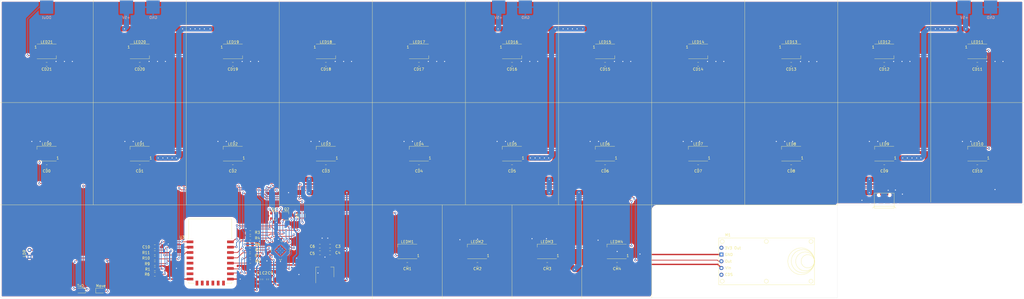
<source format=kicad_pcb>
(kicad_pcb (version 20171130) (host pcbnew "(5.1.4-0-10_14)")
  (title_block (title "WordClock ") (date 2019-10-28) (rev A))
  (layers (0 F.Cu signal) (31 B.Cu signal) (34 B.Paste user) (35 F.Paste user) (36 B.SilkS user) (37 F.SilkS user) (38 B.Mask user) (39 F.Mask user) (44 Edge.Cuts user))
  (net 0 "")
  (net 1 "Net-(U1-Pad1)")
  (net 2 "Net-(U1-Pad2)")
  (net 3 "Net-(U1-Pad10)")
  (net 4 "Net-(U1-Pad11)")
  (net 5 "Net-(U1-Pad12)")
  (net 6 "Net-(U1-Pad13)")
  (net 7 "Net-(U1-Pad14)")
  (net 8 "Net-(U1-Pad15)")
  (net 9 "Net-(U1-Pad16)")
  (net 10 "Net-(U1-Pad17)")
  (net 11 "Net-(U1-Pad18)")
  (net 12 "Net-(U1-Pad19)")
  (net 13 "Net-(U1-Pad20)")
  (net 14 "Net-(U1-Pad21)")
  (net 15 "Net-(U1-Pad22)")
  (net 16 "Net-(U1-Pad27)")
  (net 17 "Net-(U1-Pad23)")
  (net 18 "Net-(U3-Pad14)")
  (net 19 "Net-(U3-Pad13)")
  (net 20 "Net-(U3-Pad12)")
  (net 21 "Net-(U3-Pad11)")
  (net 22 "Net-(U3-Pad10)")
  (net 23 "Net-(U3-Pad9)")
  (net 24 "Net-(U3-Pad7)")
  (net 25 "Net-(U3-Pad6)")
  (net 26 "Net-(U3-Pad5)")
  (net 27 "Net-(U3-Pad4)")
  (net 28 "Net-(J1-Pad4)")
  (net 29 GND)
  (net 30 VBUS)
  (net 31 +3V3)
  (net 32 D+)
  (net 33 D-)
  (net 34 "Net-(M1-Pad5)")
  (net 35 "Net-(M1-Pad1)")
  (net 36 "Net-(Q1-Pad2)")
  (net 37 "Net-(Q2-Pad2)")
  (net 38 VDD)
  (net 39 Reset)
  (net 40 "Net-(J2-Pad1)")
  (net 41 Move)
  (net 42 RTS)
  (net 43 GPIO0)
  (net 44 DTR)
  (net 45 "Net-(R2-Pad1)")
  (net 46 "Net-(R6-Pad2)")
  (net 47 "Net-(R7-Pad1)")
  (net 48 RxD)
  (net 49 TxD)
  (net 50 DOUT)
  (net 51 "Net-(LED0-Pad2)")
  (net 52 "Net-(LED0-Pad4)")
  (net 53 "Net-(LED1-Pad2)")
  (net 54 "Net-(LED2-Pad2)")
  (net 55 "Net-(LED3-Pad2)")
  (net 56 "Net-(LED4-Pad2)")
  (net 57 "Net-(LED5-Pad2)")
  (net 58 "Net-(LED6-Pad2)")
  (net 59 "Net-(LED7-Pad2)")
  (net 60 "Net-(LED8-Pad2)")
  (net 61 "Net-(LED10-Pad4)")
  (net 62 "Net-(LED10-Pad2)")
  (net 63 "Net-(LED11-Pad2)")
  (net 64 "Net-(LED12-Pad2)")
  (net 65 "Net-(LED13-Pad2)")
  (net 66 "Net-(LED14-Pad2)")
  (net 67 "Net-(LED15-Pad2)")
  (net 68 "Net-(LED16-Pad2)")
  (net 69 "Net-(LED17-Pad2)")
  (net 70 "Net-(LED18-Pad2)")
  (net 71 "Net-(LED19-Pad2)")
  (net 72 "Net-(LED20-Pad2)")
  (net 73 "Net-(LEDM1-Pad2)")
  (net 74 "Net-(LEDM2-Pad2)")
  (net 75 "Net-(LEDM3-Pad2)")
  (net 76 "Net-(D1-Pad2)")
  (net 77 "Net-(D2-Pad2)")
  (net 78 "Net-(R8-Pad2)")
  (net 79 DIn)
  (net 80 GPIO5)
  (module Package_TO_SOT_SMD:SOT-353_SC-70-5 (layer F.Cu) (at 131.038 100.026 90)
    (fp_text reference U4 (at 0 -2 90) (layer F.SilkS))
    (fp_text value 74AHC1G08)
    (pad 5 smd rect (at 0.95 -0.65 90) (size 0.65 0.4) (layers F.Cu F.Paste F.Mask) (net 31 +3V3))
    (pad 4 smd rect (at 0.95 0.65 90) (size 0.65 0.4) (layers F.Cu F.Paste F.Mask) (net 79 DIn))
    (pad 2 smd rect (at -0.95 0 90) (size 0.65 0.4) (layers F.Cu F.Paste F.Mask) (net 80 GPIO5))
    (pad 3 smd rect (at -0.95 0.65 90) (size 0.65 0.4) (layers F.Cu F.Paste F.Mask) (net 29 GND))
    (pad 1 smd rect (at -0.95 -0.65 90) (size 0.65 0.4) (layers F.Cu F.Paste F.Mask) (net 49 TxD))
  )
  (module Package_DFN_QFN:QFN-28-1EP_5x5mm_P0.5mm_EP3.35x3.35mm_ThermalVias (layer F.Cu) (at 122.91 113.179107 315)
    (fp_text reference U1 hide)
    (fp_text value CP2102-GMR_NRND)
    (pad 28 smd roundrect (at -1.5 -2.45 315) (size 0.25 0.8) (layers F.Cu F.Paste F.Mask) (net 44 DTR))
    (pad 27 smd roundrect (at -1 -2.45 315) (size 0.25 0.8) (layers F.Cu F.Paste F.Mask) (net 16 "Net-(U1-Pad27)"))
    (pad 26 smd roundrect (at -0.5 -2.45 315) (size 0.25 0.8) (layers F.Cu F.Paste F.Mask) (net 49 TxD))
    (pad 25 smd roundrect (at 0 -2.45 315) (size 0.25 0.8) (layers F.Cu F.Paste F.Mask) (net 48 RxD))
    (pad 24 smd roundrect (at 0.5 -2.45 315) (size 0.25 0.8) (layers F.Cu F.Paste F.Mask) (net 42 RTS))
    (pad 23 smd roundrect (at 1 -2.45 315) (size 0.25 0.8) (layers F.Cu F.Paste F.Mask) (net 17 "Net-(U1-Pad23)"))
    (pad 22 smd roundrect (at 1.5 -2.45 315) (size 0.25 0.8) (layers F.Cu F.Paste F.Mask) (net 15 "Net-(U1-Pad22)"))
    (pad 21 smd roundrect (at 2.45 -1.5 315) (size 0.8 0.25) (layers F.Cu F.Paste F.Mask) (net 14 "Net-(U1-Pad21)"))
    (pad 20 smd roundrect (at 2.45 -1 315) (size 0.8 0.25) (layers F.Cu F.Paste F.Mask) (net 13 "Net-(U1-Pad20)"))
    (pad 19 smd roundrect (at 2.45 -0.5 315) (size 0.8 0.25) (layers F.Cu F.Paste F.Mask) (net 12 "Net-(U1-Pad19)"))
    (pad 18 smd roundrect (at 2.45 0 315) (size 0.8 0.25) (layers F.Cu F.Paste F.Mask) (net 11 "Net-(U1-Pad18)"))
    (pad 17 smd roundrect (at 2.45 0.5 315) (size 0.8 0.25) (layers F.Cu F.Paste F.Mask) (net 10 "Net-(U1-Pad17)"))
    (pad 16 smd roundrect (at 2.45 1 315) (size 0.8 0.25) (layers F.Cu F.Paste F.Mask) (net 9 "Net-(U1-Pad16)"))
    (pad 15 smd roundrect (at 2.45 1.5 315) (size 0.8 0.25) (layers F.Cu F.Paste F.Mask) (net 8 "Net-(U1-Pad15)"))
    (pad 14 smd roundrect (at 1.5 2.45 315) (size 0.25 0.8) (layers F.Cu F.Paste F.Mask) (net 7 "Net-(U1-Pad14)"))
    (pad 13 smd roundrect (at 1 2.45 315) (size 0.25 0.8) (layers F.Cu F.Paste F.Mask) (net 6 "Net-(U1-Pad13)"))
    (pad 12 smd roundrect (at 0.5 2.45 315) (size 0.25 0.8) (layers F.Cu F.Paste F.Mask) (net 5 "Net-(U1-Pad12)"))
    (pad 11 smd roundrect (at 0 2.45 315) (size 0.25 0.8) (layers F.Cu F.Paste F.Mask) (net 4 "Net-(U1-Pad11)"))
    (pad 10 smd roundrect (at -0.5 2.45 315) (size 0.25 0.8) (layers F.Cu F.Paste F.Mask) (net 3 "Net-(U1-Pad10)"))
    (pad 9 smd roundrect (at -1 2.45 315) (size 0.25 0.8) (layers F.Cu F.Paste F.Mask) (net 45 "Net-(R2-Pad1)"))
    (pad 8 smd roundrect (at -1.5 2.45 315) (size 0.25 0.8) (layers F.Cu F.Paste F.Mask) (net 30 VBUS))
    (pad 7 smd roundrect (at -2.45 1.5 315) (size 0.8 0.25) (layers F.Cu F.Paste F.Mask) (net 30 VBUS))
    (pad 6 smd roundrect (at -2.45 1 315) (size 0.8 0.25) (layers F.Cu F.Paste F.Mask) (net 38 VDD))
    (pad 5 smd roundrect (at -2.45 0.5 315) (size 0.8 0.25) (layers F.Cu F.Paste F.Mask) (net 33 D-))
    (pad 4 smd roundrect (at -2.45 0 315) (size 0.8 0.25) (layers F.Cu F.Paste F.Mask) (net 32 D+))
    (pad 3 smd roundrect (at -2.45 -0.5 315) (size 0.8 0.25) (layers F.Cu F.Paste F.Mask) (net 29 GND))
    (pad 2 smd roundrect (at -2.45 -1 315) (size 0.8 0.25) (layers F.Cu F.Paste F.Mask) (net 2 "Net-(U1-Pad2)"))
    (pad 1 smd roundrect (at -2.45 -1.5 315) (size 0.8 0.25) (layers F.Cu F.Paste F.Mask) (net 1 "Net-(U1-Pad1)"))
    (pad 29 smd roundrect (at 0 0 315) (size 2.5 2.5) (layers B.Cu) (roundrect_rratio 0.1) (net 29 GND))
    (pad 29 thru_hole circle (at 1 1 315) (size 0.5 0.5) (drill 0.2) (layers *.Cu) (net 29 GND))
    (pad 29 thru_hole circle (at 0 1 315) (size 0.5 0.5) (drill 0.2) (layers *.Cu) (net 29 GND))
    (pad 29 thru_hole circle (at -1 1 315) (size 0.5 0.5) (drill 0.2) (layers *.Cu) (net 29 GND))
    (pad 29 thru_hole circle (at 1 0 315) (size 0.5 0.5) (drill 0.2) (layers *.Cu) (net 29 GND))
    (pad 29 thru_hole circle (at 0 0 315) (size 0.5 0.5) (drill 0.2) (layers *.Cu) (net 29 GND))
    (pad 29 thru_hole circle (at -1 0 315) (size 0.5 0.5) (drill 0.2) (layers *.Cu) (net 29 GND))
    (pad 29 thru_hole circle (at 1 -1 315) (size 0.5 0.5) (drill 0.2) (layers *.Cu) (net 29 GND))
    (pad 29 thru_hole circle (at 0 -1 315) (size 0.5 0.5) (drill 0.2) (layers *.Cu) (net 29 GND))
    (pad 29 thru_hole circle (at -1 -1 315) (size 0.5 0.5) (drill 0.2) (layers *.Cu) (net 29 GND))
    (pad 29 smd roundrect (at 0 0 315) (size 3.35 3.35) (layers F.Cu F.Mask) (roundrect_rratio 0.074627) (net 29 GND))
  )
  (module barn53-kicad:ThroughHolePin1x2 (layer F.Cu) (at 28.525 114.25 270)
    (fp_text reference J2 hide)
    (fp_text value LDR (at 0 1.905 90) (layer F.SilkS))
    (pad 2 thru_hole circle (at 1.27 0 270) (size 1.524 1.524) (drill 0.762) (layers *.Cu *.Mask) (net 29 GND))
    (pad 1 thru_hole circle (at -1.27 0 270) (size 1.524 1.524) (drill 0.762) (layers *.Cu *.Mask) (net 40 "Net-(J2-Pad1)"))
  )
  (module Resistor_SMD:R_0805_2012Metric (layer F.Cu) (at 75.666 113.996 180)
    (fp_text reference R11 (at 3.302 0) (layer F.SilkS))
    (fp_text value 220)
    (pad 2 smd roundrect (at 0.9375 0 180) (size 0.975 1.4) (layers F.Cu F.Paste F.Mask) (net 77 "Net-(D2-Pad2)"))
    (pad 1 smd roundrect (at -0.9375 0 180) (size 0.975 1.4) (layers F.Cu F.Paste F.Mask) (net 31 +3V3))
  )
  (module Resistor_SMD:R_0805_2012Metric (layer F.Cu) (at 75.666 116.028 180)
    (fp_text reference R10 (at 3.302 0) (layer F.SilkS))
    (fp_text value 220)
    (pad 2 smd roundrect (at 0.9375 0 180) (size 0.975 1.4) (layers F.Cu F.Paste F.Mask) (net 76 "Net-(D1-Pad2)"))
    (pad 1 smd roundrect (at -0.9375 0 180) (size 0.975 1.4) (layers F.Cu F.Paste F.Mask) (net 41 Move))
  )
  (module LED_SMD:LED_0805_2012Metric_Castellated (layer F.Cu) (at 47.726 128.22 180)
    (fp_text reference D2 hide)
    (fp_text value TxD (at 0 1.778) (layer F.SilkS))
    (pad 2 smd roundrect (at 0.9625 0 180) (size 1.325 1.3) (layers F.Cu F.Paste F.Mask) (roundrect_rratio 0.192308) (net 77 "Net-(D2-Pad2)"))
    (pad 1 smd roundrect (at -0.9625 0 180) (size 1.325 1.3) (layers F.Cu F.Paste F.Mask) (roundrect_rratio 0.192308) (net 49 TxD))
  )
  (module LED_SMD:LED_0805_2012Metric_Castellated (layer F.Cu) (at 55.346 128.22)
    (fp_text reference D1 hide)
    (fp_text value Move (at 0 -1.778) (layer F.SilkS))
    (pad 2 smd roundrect (at 0.9625 0) (size 1.325 1.3) (layers F.Cu F.Paste F.Mask) (roundrect_rratio 0.192308) (net 76 "Net-(D1-Pad2)"))
    (pad 1 smd roundrect (at -0.9625 0) (size 1.325 1.3) (layers F.Cu F.Paste F.Mask) (roundrect_rratio 0.192308) (net 29 GND))
  )
  (module Capacitor_SMD:C_0805_2012Metric (layer F.Cu) (at 137.725 111.5)
    (fp_text reference C6 (at -2.8 0.0925) (layer F.SilkS))
    (fp_text value 10u)
    (pad 2 smd roundrect (at 0.9375 0) (size 0.975 1.4) (layers F.Cu F.Paste F.Mask) (net 29 GND))
    (pad 1 smd roundrect (at -0.9375 0) (size 0.975 1.4) (layers F.Cu F.Paste F.Mask) (net 31 +3V3))
  )
  (module Capacitor_SMD:C_0805_2012Metric (layer F.Cu) (at 141.575 111.5 180)
    (fp_text reference C3 (at -2.975 -0.0925) (layer F.SilkS))
    (fp_text value 10u)
    (pad 2 smd roundrect (at 0.9375 0 180) (size 0.975 1.4) (layers F.Cu F.Paste F.Mask) (net 29 GND))
    (pad 1 smd roundrect (at -0.9375 0 180) (size 0.975 1.4) (layers F.Cu F.Paste F.Mask) (net 30 VBUS))
  )
  (module barn53-kicad:ESP-12E (layer F.Cu) (at 96.5 113.4)
    (fp_text reference U3 (at -10.56 -5.26) (layer F.SilkS))
    (fp_text value ESP-12E)
    (pad 1 smd rect (at -7.6 -3.5) (size 2.5 1) (layers F.Cu F.Paste F.Mask) (net 39 Reset))
    (pad 2 smd rect (at -7.6 -1.5) (size 2.5 1) (layers F.Cu F.Paste F.Mask) (net 40 "Net-(J2-Pad1)"))
    (pad 3 smd rect (at -7.6 0.5) (size 2.5 1) (layers F.Cu F.Paste F.Mask) (net 46 "Net-(R6-Pad2)"))
    (pad 4 smd rect (at -7.6 2.5) (size 2.5 1) (layers F.Cu F.Paste F.Mask) (net 27 "Net-(U3-Pad4)"))
    (pad 5 smd rect (at -7.6 4.5) (size 2.5 1) (layers F.Cu F.Paste F.Mask) (net 26 "Net-(U3-Pad5)"))
    (pad 6 smd rect (at -7.6 6.5) (size 2.5 1) (layers F.Cu F.Paste F.Mask) (net 25 "Net-(U3-Pad6)"))
    (pad 7 smd rect (at -7.6 8.5) (size 2.5 1) (layers F.Cu F.Paste F.Mask) (net 24 "Net-(U3-Pad7)"))
    (pad 8 smd rect (at -7.6 10.5) (size 2.5 1) (layers F.Cu F.Paste F.Mask) (net 31 +3V3))
    (pad 9 smd rect (at -5 12) (size 1 1.8) (layers F.Cu F.Paste F.Mask) (net 23 "Net-(U3-Pad9)"))
    (pad 10 smd rect (at -3 12) (size 1 1.8) (layers F.Cu F.Paste F.Mask) (net 22 "Net-(U3-Pad10)"))
    (pad 11 smd rect (at -1 12) (size 1 1.8) (layers F.Cu F.Paste F.Mask) (net 21 "Net-(U3-Pad11)"))
    (pad 12 smd rect (at 1 12) (size 1 1.8) (layers F.Cu F.Paste F.Mask) (net 20 "Net-(U3-Pad12)"))
    (pad 13 smd rect (at 3 12) (size 1 1.8) (layers F.Cu F.Paste F.Mask) (net 19 "Net-(U3-Pad13)"))
    (pad 14 smd rect (at 5 12) (size 1 1.8) (layers F.Cu F.Paste F.Mask) (net 18 "Net-(U3-Pad14)"))
    (pad 15 smd rect (at 7.6 10.5) (size 2.5 1) (layers F.Cu F.Paste F.Mask) (net 29 GND))
    (pad 16 smd rect (at 7.6 8.5) (size 2.5 1) (layers F.Cu F.Paste F.Mask) (net 47 "Net-(R7-Pad1)"))
    (pad 17 smd rect (at 7.6 6.5) (size 2.5 1) (layers F.Cu F.Paste F.Mask) (net 78 "Net-(R8-Pad2)"))
    (pad 18 smd rect (at 7.6 4.5) (size 2.5 1) (layers F.Cu F.Paste F.Mask) (net 43 GPIO0))
    (pad 19 smd rect (at 7.6 2.5) (size 2.5 1) (layers F.Cu F.Paste F.Mask) (net 41 Move))
    (pad 20 smd rect (at 7.6 0.5) (size 2.5 1) (layers F.Cu F.Paste F.Mask) (net 80 GPIO5))
    (pad 21 smd rect (at 7.6 -1.5) (size 2.5 1) (layers F.Cu F.Paste F.Mask) (net 49 TxD))
    (pad 22 smd rect (at 7.6 -3.5) (size 2.5 1) (layers F.Cu F.Paste F.Mask) (net 48 RxD))
  )
  (module barn53-kicad:MicrowaveRadarSensorRCWL-0516 (layer F.Cu) (at 288.75 112.1)
    (fp_text reference M1 (at 2.45 -4.775) (layer F.SilkS))
    (fp_text value MicrowaveRadarSensorRCWL-0516)
    (fp_text user CDS (at 2.8 10.1) (layer F.SilkS))
    (fp_text user VIn (at 2.55 7.6) (layer F.SilkS))
    (fp_text user Out (at 2.6 5.1) (layer F.SilkS))
    (fp_text user GND (at 2.8 2.6) (layer F.SilkS))
    (fp_text user "3V3 Out" (at 4.3 0.1) (layer F.SilkS))
    (pad 5 thru_hole circle (at 0 10.18) (size 1.524 1.524) (drill 0.762) (layers *.Cu *.Mask) (net 34 "Net-(M1-Pad5)"))
    (pad 4 thru_hole circle (at 0 7.64) (size 1.524 1.524) (drill 0.762) (layers *.Cu *.Mask) (net 30 VBUS))
    (pad 3 thru_hole circle (at 0 5.1) (size 1.524 1.524) (drill 0.762) (layers *.Cu *.Mask) (net 41 Move))
    (pad 2 thru_hole rect (at 0 2.56) (size 1.524 1.524) (drill 0.762) (layers *.Cu *.Mask) (net 29 GND))
    (pad 1 thru_hole circle (at 0 0.02) (size 1.524 1.524) (drill 0.762) (layers *.Cu *.Mask) (net 35 "Net-(M1-Pad1)"))
  )
  (module barn53-kicad:PCBSolderConnector (layer B.Cu) (at 390 21.625)
    (fp_text reference J10 hide)
    (fp_text value GND (at 0.075 3.92) (layer B.SilkS) (effects (justify mirror)))
    (pad 1 smd rect (at 0 0) (size 5 5) (layers B.Cu B.Paste B.Mask) (net 29 GND))
  )
  (module barn53-kicad:PCBSolderConnector (layer B.Cu) (at 215 21.625)
    (fp_text reference J9 hide)
    (fp_text value GND (at 0.075 3.92) (layer B.SilkS) (effects (justify mirror)))
    (pad 1 smd rect (at 0 0) (size 5 5) (layers B.Cu B.Paste B.Mask) (net 29 GND))
  )
  (module barn53-kicad:PCBSolderConnector (layer B.Cu) (at 75 21.625)
    (fp_text reference J8 hide)
    (fp_text value GND (at 0.075 3.92) (layer B.SilkS) (effects (justify mirror)))
    (pad 1 smd rect (at 0 0) (size 5 5) (layers B.Cu B.Paste B.Mask) (net 29 GND))
  )
  (module barn53-kicad:PCBSolderConnector (layer B.Cu) (at 380 21.625)
    (fp_text reference J7 hide)
    (fp_text value +5V (at 0.1 3.92) (layer B.SilkS) (effects (justify mirror)))
    (pad 1 smd rect (at 0 0) (size 5 5) (layers B.Cu B.Paste B.Mask) (net 30 VBUS))
  )
  (module barn53-kicad:PCBSolderConnector (layer B.Cu) (at 205 21.625)
    (fp_text reference J6 hide)
    (fp_text value +5V (at -0.075 3.92) (layer B.SilkS) (effects (justify mirror)))
    (pad 1 smd rect (at 0 0) (size 5 5) (layers B.Cu B.Paste B.Mask) (net 30 VBUS))
  )
  (module barn53-kicad:PCBSolderConnector (layer B.Cu) (at 65 21.625)
    (fp_text reference J5 hide)
    (fp_text value +5V (at -0.075 3.92) (layer B.SilkS) (effects (justify mirror)))
    (pad 1 smd rect (at 0 0) (size 5 5) (layers B.Cu B.Paste B.Mask) (net 30 VBUS))
  )
  (module barn53-kicad:PCBSolderConnector (layer B.Cu) (at 35 21.625)
    (fp_text reference J4 hide)
    (fp_text value DOut (at 0 3.92) (layer B.SilkS) (effects (justify mirror)))
    (pad 1 smd rect (at 0 0) (size 5 5) (layers B.Cu B.Paste B.Mask) (net 50 DOUT))
  )
  (module barn53-kicad:MicroUSB_1 (layer F.Cu) (at 350 91.765)
    (fp_text reference J1 hide)
    (fp_text value USB_B_Micro)
    (pad 6 smd rect (at 1.2 2.65) (size 1.9 1.9) (layers F.Cu F.Paste F.Mask) (net 29 GND))
    (pad 6 smd rect (at -1.2 2.65) (size 1.9 1.9) (layers F.Cu F.Paste F.Mask) (net 29 GND))
    (pad "" np_thru_hole circle (at -2 0.5) (size 0.6 0.6) (drill 0.6) (layers *.Cu *.Mask))
    (pad "" np_thru_hole circle (at 2 0.5) (size 0.6 0.6) (drill 0.6) (layers *.Cu *.Mask))
    (pad 6 smd rect (at -3.95 2.65) (size 1.9 1.9) (layers F.Cu F.Paste F.Mask) (net 29 GND))
    (pad 6 smd rect (at 3.95 2.65) (size 1.9 1.9) (layers F.Cu F.Paste F.Mask) (net 29 GND))
    (pad 5 smd rect (at 1.3 0) (size 0.4 1.35) (layers F.Cu F.Paste F.Mask) (net 29 GND))
    (pad 4 smd rect (at 0.65 0) (size 0.4 1.35) (layers F.Cu F.Paste F.Mask) (net 28 "Net-(J1-Pad4)"))
    (pad 3 smd rect (at 0 0) (size 0.4 1.35) (layers F.Cu F.Paste F.Mask) (net 32 D+))
    (pad 2 smd rect (at -0.65 0) (size 0.4 1.35) (layers F.Cu F.Paste F.Mask) (net 33 D-))
    (pad 1 smd rect (at -1.3 0) (size 0.4 1.35) (layers F.Cu F.Paste F.Mask) (net 30 VBUS))
  )
  (module LED_SMD:LED_WS2812B_PLCC4_5.0x5.0mm_P3.2mm (layer F.Cu) (at 249.375 113.5 180)
    (fp_text reference LEDM4 (at 0 3.625) (layer F.SilkS))
    (fp_text value WS2812B)
    (fp_text user 1 (at -4.15 -1.6) (layer F.SilkS))
    (pad 1 smd rect (at -2.45 -1.6 180) (size 1.5 1) (layers F.Cu F.Paste F.Mask) (net 30 VBUS))
    (pad 2 smd rect (at -2.45 1.6 180) (size 1.5 1) (layers F.Cu F.Paste F.Mask) (net 52 "Net-(LED0-Pad4)"))
    (pad 4 smd rect (at 2.45 -1.6 180) (size 1.5 1) (layers F.Cu F.Paste F.Mask) (net 75 "Net-(LEDM3-Pad2)"))
    (pad 3 smd rect (at 2.45 1.6 180) (size 1.5 1) (layers F.Cu F.Paste F.Mask) (net 29 GND))
  )
  (module LED_SMD:LED_WS2812B_PLCC4_5.0x5.0mm_P3.2mm (layer F.Cu) (at 223.125 113.5 180)
    (fp_text reference LEDM3 (at 0 3.625) (layer F.SilkS))
    (fp_text value WS2812B)
    (fp_text user 1 (at -4.15 -1.6) (layer F.SilkS))
    (pad 1 smd rect (at -2.45 -1.6 180) (size 1.5 1) (layers F.Cu F.Paste F.Mask) (net 30 VBUS))
    (pad 2 smd rect (at -2.45 1.6 180) (size 1.5 1) (layers F.Cu F.Paste F.Mask) (net 75 "Net-(LEDM3-Pad2)"))
    (pad 4 smd rect (at 2.45 -1.6 180) (size 1.5 1) (layers F.Cu F.Paste F.Mask) (net 74 "Net-(LEDM2-Pad2)"))
    (pad 3 smd rect (at 2.45 1.6 180) (size 1.5 1) (layers F.Cu F.Paste F.Mask) (net 29 GND))
  )
  (module LED_SMD:LED_WS2812B_PLCC4_5.0x5.0mm_P3.2mm (layer F.Cu) (at 196.875 113.5 180)
    (fp_text reference LEDM2 (at 0 3.625) (layer F.SilkS))
    (fp_text value WS2812B)
    (fp_text user 1 (at -4.15 -1.6) (layer F.SilkS))
    (pad 1 smd rect (at -2.45 -1.6 180) (size 1.5 1) (layers F.Cu F.Paste F.Mask) (net 30 VBUS))
    (pad 2 smd rect (at -2.45 1.6 180) (size 1.5 1) (layers F.Cu F.Paste F.Mask) (net 74 "Net-(LEDM2-Pad2)"))
    (pad 4 smd rect (at 2.45 -1.6 180) (size 1.5 1) (layers F.Cu F.Paste F.Mask) (net 73 "Net-(LEDM1-Pad2)"))
    (pad 3 smd rect (at 2.45 1.6 180) (size 1.5 1) (layers F.Cu F.Paste F.Mask) (net 29 GND))
  )
  (module LED_SMD:LED_WS2812B_PLCC4_5.0x5.0mm_P3.2mm (layer F.Cu) (at 35 38.25)
    (fp_text reference LED21 (at 0 -3.5) (layer F.SilkS))
    (fp_text value WS2812B)
    (fp_text user 1 (at -4.15 -1.6) (layer F.SilkS))
    (pad 1 smd rect (at -2.45 -1.6) (size 1.5 1) (layers F.Cu F.Paste F.Mask) (net 30 VBUS))
    (pad 2 smd rect (at -2.45 1.6) (size 1.5 1) (layers F.Cu F.Paste F.Mask) (net 50 DOUT))
    (pad 4 smd rect (at 2.45 -1.6) (size 1.5 1) (layers F.Cu F.Paste F.Mask) (net 72 "Net-(LED20-Pad2)"))
    (pad 3 smd rect (at 2.45 1.6) (size 1.5 1) (layers F.Cu F.Paste F.Mask) (net 29 GND))
  )
  (module LED_SMD:LED_WS2812B_PLCC4_5.0x5.0mm_P3.2mm (layer F.Cu) (at 70 38.25)
    (fp_text reference LED20 (at 0 -3.5) (layer F.SilkS))
    (fp_text value WS2812B)
    (fp_text user 1 (at -4.15 -1.6) (layer F.SilkS))
    (pad 1 smd rect (at -2.45 -1.6) (size 1.5 1) (layers F.Cu F.Paste F.Mask) (net 30 VBUS))
    (pad 2 smd rect (at -2.45 1.6) (size 1.5 1) (layers F.Cu F.Paste F.Mask) (net 72 "Net-(LED20-Pad2)"))
    (pad 4 smd rect (at 2.45 -1.6) (size 1.5 1) (layers F.Cu F.Paste F.Mask) (net 71 "Net-(LED19-Pad2)"))
    (pad 3 smd rect (at 2.45 1.6) (size 1.5 1) (layers F.Cu F.Paste F.Mask) (net 29 GND))
  )
  (module LED_SMD:LED_WS2812B_PLCC4_5.0x5.0mm_P3.2mm (layer F.Cu) (at 105 38.25)
    (fp_text reference LED19 (at 0 -3.5) (layer F.SilkS))
    (fp_text value WS2812B)
    (fp_text user 1 (at -4.15 -1.6) (layer F.SilkS))
    (pad 1 smd rect (at -2.45 -1.6) (size 1.5 1) (layers F.Cu F.Paste F.Mask) (net 30 VBUS))
    (pad 2 smd rect (at -2.45 1.6) (size 1.5 1) (layers F.Cu F.Paste F.Mask) (net 71 "Net-(LED19-Pad2)"))
    (pad 4 smd rect (at 2.45 -1.6) (size 1.5 1) (layers F.Cu F.Paste F.Mask) (net 70 "Net-(LED18-Pad2)"))
    (pad 3 smd rect (at 2.45 1.6) (size 1.5 1) (layers F.Cu F.Paste F.Mask) (net 29 GND))
  )
  (module LED_SMD:LED_WS2812B_PLCC4_5.0x5.0mm_P3.2mm (layer F.Cu) (at 140 38.25)
    (fp_text reference LED18 (at 0 -3.5) (layer F.SilkS))
    (fp_text value WS2812B)
    (fp_text user 1 (at -4.15 -1.6) (layer F.SilkS))
    (pad 1 smd rect (at -2.45 -1.6) (size 1.5 1) (layers F.Cu F.Paste F.Mask) (net 30 VBUS))
    (pad 2 smd rect (at -2.45 1.6) (size 1.5 1) (layers F.Cu F.Paste F.Mask) (net 70 "Net-(LED18-Pad2)"))
    (pad 4 smd rect (at 2.45 -1.6) (size 1.5 1) (layers F.Cu F.Paste F.Mask) (net 69 "Net-(LED17-Pad2)"))
    (pad 3 smd rect (at 2.45 1.6) (size 1.5 1) (layers F.Cu F.Paste F.Mask) (net 29 GND))
  )
  (module LED_SMD:LED_WS2812B_PLCC4_5.0x5.0mm_P3.2mm (layer F.Cu) (at 175 38.25)
    (fp_text reference LED17 (at 0 -3.5) (layer F.SilkS))
    (fp_text value WS2812B)
    (fp_text user 1 (at -4.15 -1.6) (layer F.SilkS))
    (pad 1 smd rect (at -2.45 -1.6) (size 1.5 1) (layers F.Cu F.Paste F.Mask) (net 30 VBUS))
    (pad 2 smd rect (at -2.45 1.6) (size 1.5 1) (layers F.Cu F.Paste F.Mask) (net 69 "Net-(LED17-Pad2)"))
    (pad 4 smd rect (at 2.45 -1.6) (size 1.5 1) (layers F.Cu F.Paste F.Mask) (net 68 "Net-(LED16-Pad2)"))
    (pad 3 smd rect (at 2.45 1.6) (size 1.5 1) (layers F.Cu F.Paste F.Mask) (net 29 GND))
  )
  (module LED_SMD:LED_WS2812B_PLCC4_5.0x5.0mm_P3.2mm (layer F.Cu) (at 210 38.25)
    (fp_text reference LED16 (at 0 -3.5) (layer F.SilkS))
    (fp_text value WS2812B)
    (fp_text user 1 (at -4.15 -1.6) (layer F.SilkS))
    (pad 1 smd rect (at -2.45 -1.6) (size 1.5 1) (layers F.Cu F.Paste F.Mask) (net 30 VBUS))
    (pad 2 smd rect (at -2.45 1.6) (size 1.5 1) (layers F.Cu F.Paste F.Mask) (net 68 "Net-(LED16-Pad2)"))
    (pad 4 smd rect (at 2.45 -1.6) (size 1.5 1) (layers F.Cu F.Paste F.Mask) (net 67 "Net-(LED15-Pad2)"))
    (pad 3 smd rect (at 2.45 1.6) (size 1.5 1) (layers F.Cu F.Paste F.Mask) (net 29 GND))
  )
  (module LED_SMD:LED_WS2812B_PLCC4_5.0x5.0mm_P3.2mm (layer F.Cu) (at 245 38.25)
    (fp_text reference LED15 (at 0 -3.5) (layer F.SilkS))
    (fp_text value WS2812B)
    (fp_text user 1 (at -4.15 -1.6) (layer F.SilkS))
    (pad 1 smd rect (at -2.45 -1.6) (size 1.5 1) (layers F.Cu F.Paste F.Mask) (net 30 VBUS))
    (pad 2 smd rect (at -2.45 1.6) (size 1.5 1) (layers F.Cu F.Paste F.Mask) (net 67 "Net-(LED15-Pad2)"))
    (pad 4 smd rect (at 2.45 -1.6) (size 1.5 1) (layers F.Cu F.Paste F.Mask) (net 66 "Net-(LED14-Pad2)"))
    (pad 3 smd rect (at 2.45 1.6) (size 1.5 1) (layers F.Cu F.Paste F.Mask) (net 29 GND))
  )
  (module LED_SMD:LED_WS2812B_PLCC4_5.0x5.0mm_P3.2mm (layer F.Cu) (at 280 38.25)
    (fp_text reference LED14 (at 0 -3.5) (layer F.SilkS))
    (fp_text value WS2812B)
    (fp_text user 1 (at -4.15 -1.6) (layer F.SilkS))
    (pad 1 smd rect (at -2.45 -1.6) (size 1.5 1) (layers F.Cu F.Paste F.Mask) (net 30 VBUS))
    (pad 2 smd rect (at -2.45 1.6) (size 1.5 1) (layers F.Cu F.Paste F.Mask) (net 66 "Net-(LED14-Pad2)"))
    (pad 4 smd rect (at 2.45 -1.6) (size 1.5 1) (layers F.Cu F.Paste F.Mask) (net 65 "Net-(LED13-Pad2)"))
    (pad 3 smd rect (at 2.45 1.6) (size 1.5 1) (layers F.Cu F.Paste F.Mask) (net 29 GND))
  )
  (module LED_SMD:LED_WS2812B_PLCC4_5.0x5.0mm_P3.2mm (layer F.Cu) (at 315 38.25)
    (fp_text reference LED13 (at 0 -3.5) (layer F.SilkS))
    (fp_text value WS2812B)
    (fp_text user 1 (at -4.15 -1.6) (layer F.SilkS))
    (pad 1 smd rect (at -2.45 -1.6) (size 1.5 1) (layers F.Cu F.Paste F.Mask) (net 30 VBUS))
    (pad 2 smd rect (at -2.45 1.6) (size 1.5 1) (layers F.Cu F.Paste F.Mask) (net 65 "Net-(LED13-Pad2)"))
    (pad 4 smd rect (at 2.45 -1.6) (size 1.5 1) (layers F.Cu F.Paste F.Mask) (net 64 "Net-(LED12-Pad2)"))
    (pad 3 smd rect (at 2.45 1.6) (size 1.5 1) (layers F.Cu F.Paste F.Mask) (net 29 GND))
  )
  (module LED_SMD:LED_WS2812B_PLCC4_5.0x5.0mm_P3.2mm (layer F.Cu) (at 350 38.25)
    (fp_text reference LED12 (at 0 -3.5) (layer F.SilkS))
    (fp_text value WS2812B)
    (fp_text user 1 (at -4.15 -1.6) (layer F.SilkS))
    (pad 1 smd rect (at -2.45 -1.6) (size 1.5 1) (layers F.Cu F.Paste F.Mask) (net 30 VBUS))
    (pad 2 smd rect (at -2.45 1.6) (size 1.5 1) (layers F.Cu F.Paste F.Mask) (net 64 "Net-(LED12-Pad2)"))
    (pad 4 smd rect (at 2.45 -1.6) (size 1.5 1) (layers F.Cu F.Paste F.Mask) (net 63 "Net-(LED11-Pad2)"))
    (pad 3 smd rect (at 2.45 1.6) (size 1.5 1) (layers F.Cu F.Paste F.Mask) (net 29 GND))
  )
  (module LED_SMD:LED_WS2812B_PLCC4_5.0x5.0mm_P3.2mm (layer F.Cu) (at 385 38.25)
    (fp_text reference LED11 (at 0 -3.5) (layer F.SilkS))
    (fp_text value WS2812B)
    (fp_text user 1 (at -4.15 -1.6) (layer F.SilkS))
    (pad 1 smd rect (at -2.45 -1.6) (size 1.5 1) (layers F.Cu F.Paste F.Mask) (net 30 VBUS))
    (pad 2 smd rect (at -2.45 1.6) (size 1.5 1) (layers F.Cu F.Paste F.Mask) (net 63 "Net-(LED11-Pad2)"))
    (pad 4 smd rect (at 2.45 -1.6) (size 1.5 1) (layers F.Cu F.Paste F.Mask) (net 62 "Net-(LED10-Pad2)"))
    (pad 3 smd rect (at 2.45 1.6) (size 1.5 1) (layers F.Cu F.Paste F.Mask) (net 29 GND))
  )
  (module LED_SMD:LED_WS2812B_PLCC4_5.0x5.0mm_P3.2mm (layer F.Cu) (at 385 76.75 180)
    (fp_text reference LED10 (at 0 3.625) (layer F.SilkS))
    (fp_text value WS2812B)
    (fp_text user 1 (at -4.15 -1.6) (layer F.SilkS))
    (pad 1 smd rect (at -2.45 -1.6 180) (size 1.5 1) (layers F.Cu F.Paste F.Mask) (net 30 VBUS))
    (pad 2 smd rect (at -2.45 1.6 180) (size 1.5 1) (layers F.Cu F.Paste F.Mask) (net 62 "Net-(LED10-Pad2)"))
    (pad 4 smd rect (at 2.45 -1.6 180) (size 1.5 1) (layers F.Cu F.Paste F.Mask) (net 61 "Net-(LED10-Pad4)"))
    (pad 3 smd rect (at 2.45 1.6 180) (size 1.5 1) (layers F.Cu F.Paste F.Mask) (net 29 GND))
  )
  (module LED_SMD:LED_WS2812B_PLCC4_5.0x5.0mm_P3.2mm (layer F.Cu) (at 350 76.75 180)
    (fp_text reference LED9 (at 0 3.625) (layer F.SilkS))
    (fp_text value WS2812B)
    (fp_text user 1 (at -4.15 -1.6) (layer F.SilkS))
    (pad 1 smd rect (at -2.45 -1.6 180) (size 1.5 1) (layers F.Cu F.Paste F.Mask) (net 30 VBUS))
    (pad 2 smd rect (at -2.45 1.6 180) (size 1.5 1) (layers F.Cu F.Paste F.Mask) (net 61 "Net-(LED10-Pad4)"))
    (pad 4 smd rect (at 2.45 -1.6 180) (size 1.5 1) (layers F.Cu F.Paste F.Mask) (net 60 "Net-(LED8-Pad2)"))
    (pad 3 smd rect (at 2.45 1.6 180) (size 1.5 1) (layers F.Cu F.Paste F.Mask) (net 29 GND))
  )
  (module LED_SMD:LED_WS2812B_PLCC4_5.0x5.0mm_P3.2mm (layer F.Cu) (at 315 76.75 180)
    (fp_text reference LED8 (at 0 3.625) (layer F.SilkS))
    (fp_text value WS2812B)
    (fp_text user 1 (at -4.15 -1.6) (layer F.SilkS))
    (pad 1 smd rect (at -2.45 -1.6 180) (size 1.5 1) (layers F.Cu F.Paste F.Mask) (net 30 VBUS))
    (pad 2 smd rect (at -2.45 1.6 180) (size 1.5 1) (layers F.Cu F.Paste F.Mask) (net 60 "Net-(LED8-Pad2)"))
    (pad 4 smd rect (at 2.45 -1.6 180) (size 1.5 1) (layers F.Cu F.Paste F.Mask) (net 59 "Net-(LED7-Pad2)"))
    (pad 3 smd rect (at 2.45 1.6 180) (size 1.5 1) (layers F.Cu F.Paste F.Mask) (net 29 GND))
  )
  (module LED_SMD:LED_WS2812B_PLCC4_5.0x5.0mm_P3.2mm (layer F.Cu) (at 280 76.75 180)
    (fp_text reference LED7 (at 0 3.6575) (layer F.SilkS))
    (fp_text value WS2812B)
    (fp_text user 1 (at -4.15 -1.6) (layer F.SilkS))
    (pad 1 smd rect (at -2.45 -1.6 180) (size 1.5 1) (layers F.Cu F.Paste F.Mask) (net 30 VBUS))
    (pad 2 smd rect (at -2.45 1.6 180) (size 1.5 1) (layers F.Cu F.Paste F.Mask) (net 59 "Net-(LED7-Pad2)"))
    (pad 4 smd rect (at 2.45 -1.6 180) (size 1.5 1) (layers F.Cu F.Paste F.Mask) (net 58 "Net-(LED6-Pad2)"))
    (pad 3 smd rect (at 2.45 1.6 180) (size 1.5 1) (layers F.Cu F.Paste F.Mask) (net 29 GND))
  )
  (module LED_SMD:LED_WS2812B_PLCC4_5.0x5.0mm_P3.2mm (layer F.Cu) (at 245 76.75 180)
    (fp_text reference LED6 (at 0 3.625) (layer F.SilkS))
    (fp_text value WS2812B)
    (fp_text user 1 (at -4.15 -1.6) (layer F.SilkS))
    (pad 1 smd rect (at -2.45 -1.6 180) (size 1.5 1) (layers F.Cu F.Paste F.Mask) (net 30 VBUS))
    (pad 2 smd rect (at -2.45 1.6 180) (size 1.5 1) (layers F.Cu F.Paste F.Mask) (net 58 "Net-(LED6-Pad2)"))
    (pad 4 smd rect (at 2.45 -1.6 180) (size 1.5 1) (layers F.Cu F.Paste F.Mask) (net 57 "Net-(LED5-Pad2)"))
    (pad 3 smd rect (at 2.45 1.6 180) (size 1.5 1) (layers F.Cu F.Paste F.Mask) (net 29 GND))
  )
  (module LED_SMD:LED_WS2812B_PLCC4_5.0x5.0mm_P3.2mm (layer F.Cu) (at 210 76.75 180)
    (fp_text reference LED5 (at 0 3.625) (layer F.SilkS))
    (fp_text value WS2812B)
    (fp_text user 1 (at -4.15 -1.6) (layer F.SilkS))
    (pad 1 smd rect (at -2.45 -1.6 180) (size 1.5 1) (layers F.Cu F.Paste F.Mask) (net 30 VBUS))
    (pad 2 smd rect (at -2.45 1.6 180) (size 1.5 1) (layers F.Cu F.Paste F.Mask) (net 57 "Net-(LED5-Pad2)"))
    (pad 4 smd rect (at 2.45 -1.6 180) (size 1.5 1) (layers F.Cu F.Paste F.Mask) (net 56 "Net-(LED4-Pad2)"))
    (pad 3 smd rect (at 2.45 1.6 180) (size 1.5 1) (layers F.Cu F.Paste F.Mask) (net 29 GND))
  )
  (module LED_SMD:LED_WS2812B_PLCC4_5.0x5.0mm_P3.2mm (layer F.Cu) (at 175 76.75 180)
    (fp_text reference LED4 (at 0 3.625) (layer F.SilkS))
    (fp_text value WS2812B)
    (fp_text user 1 (at -4.15 -1.6) (layer F.SilkS))
    (pad 1 smd rect (at -2.45 -1.6 180) (size 1.5 1) (layers F.Cu F.Paste F.Mask) (net 30 VBUS))
    (pad 2 smd rect (at -2.45 1.6 180) (size 1.5 1) (layers F.Cu F.Paste F.Mask) (net 56 "Net-(LED4-Pad2)"))
    (pad 4 smd rect (at 2.45 -1.6 180) (size 1.5 1) (layers F.Cu F.Paste F.Mask) (net 55 "Net-(LED3-Pad2)"))
    (pad 3 smd rect (at 2.45 1.6 180) (size 1.5 1) (layers F.Cu F.Paste F.Mask) (net 29 GND))
  )
  (module LED_SMD:LED_WS2812B_PLCC4_5.0x5.0mm_P3.2mm (layer F.Cu) (at 140 76.75 180)
    (fp_text reference LED3 (at 0 3.625) (layer F.SilkS))
    (fp_text value WS2812B)
    (fp_text user 1 (at -4.15 -1.6) (layer F.SilkS))
    (pad 1 smd rect (at -2.45 -1.6 180) (size 1.5 1) (layers F.Cu F.Paste F.Mask) (net 30 VBUS))
    (pad 2 smd rect (at -2.45 1.6 180) (size 1.5 1) (layers F.Cu F.Paste F.Mask) (net 55 "Net-(LED3-Pad2)"))
    (pad 4 smd rect (at 2.45 -1.6 180) (size 1.5 1) (layers F.Cu F.Paste F.Mask) (net 54 "Net-(LED2-Pad2)"))
    (pad 3 smd rect (at 2.45 1.6 180) (size 1.5 1) (layers F.Cu F.Paste F.Mask) (net 29 GND))
  )
  (module LED_SMD:LED_WS2812B_PLCC4_5.0x5.0mm_P3.2mm (layer F.Cu) (at 105 76.75 180)
    (fp_text reference LED2 (at 0 3.625) (layer F.SilkS))
    (fp_text value WS2812B)
    (fp_text user 1 (at -4.15 -1.6) (layer F.SilkS))
    (pad 1 smd rect (at -2.45 -1.6 180) (size 1.5 1) (layers F.Cu F.Paste F.Mask) (net 30 VBUS))
    (pad 2 smd rect (at -2.45 1.6 180) (size 1.5 1) (layers F.Cu F.Paste F.Mask) (net 54 "Net-(LED2-Pad2)"))
    (pad 4 smd rect (at 2.45 -1.6 180) (size 1.5 1) (layers F.Cu F.Paste F.Mask) (net 53 "Net-(LED1-Pad2)"))
    (pad 3 smd rect (at 2.45 1.6 180) (size 1.5 1) (layers F.Cu F.Paste F.Mask) (net 29 GND))
  )
  (module LED_SMD:LED_WS2812B_PLCC4_5.0x5.0mm_P3.2mm (layer F.Cu) (at 70 76.75 180)
    (fp_text reference LED1 (at 0 3.625) (layer F.SilkS))
    (fp_text value WS2812B)
    (fp_text user 1 (at -4.15 -1.6) (layer F.SilkS))
    (pad 1 smd rect (at -2.45 -1.6 180) (size 1.5 1) (layers F.Cu F.Paste F.Mask) (net 30 VBUS))
    (pad 2 smd rect (at -2.45 1.6 180) (size 1.5 1) (layers F.Cu F.Paste F.Mask) (net 53 "Net-(LED1-Pad2)"))
    (pad 4 smd rect (at 2.45 -1.6 180) (size 1.5 1) (layers F.Cu F.Paste F.Mask) (net 51 "Net-(LED0-Pad2)"))
    (pad 3 smd rect (at 2.45 1.6 180) (size 1.5 1) (layers F.Cu F.Paste F.Mask) (net 29 GND))
  )
  (module LED_SMD:LED_WS2812B_PLCC4_5.0x5.0mm_P3.2mm (layer F.Cu) (at 35 76.75 180)
    (fp_text reference LED0 (at 0 3.625) (layer F.SilkS))
    (fp_text value WS2812B)
    (fp_text user 1 (at -4.15 -1.6) (layer F.SilkS))
    (pad 1 smd rect (at -2.45 -1.6 180) (size 1.5 1) (layers F.Cu F.Paste F.Mask) (net 30 VBUS))
    (pad 2 smd rect (at -2.45 1.6 180) (size 1.5 1) (layers F.Cu F.Paste F.Mask) (net 51 "Net-(LED0-Pad2)"))
    (pad 4 smd rect (at 2.45 -1.6 180) (size 1.5 1) (layers F.Cu F.Paste F.Mask) (net 52 "Net-(LED0-Pad4)"))
    (pad 3 smd rect (at 2.45 1.6 180) (size 1.5 1) (layers F.Cu F.Paste F.Mask) (net 29 GND))
  )
  (module Capacitor_SMD:C_0805_2012Metric (layer F.Cu) (at 249.5 118.375 180)
    (fp_text reference CM4 (at 0 -1.65) (layer F.SilkS))
    (fp_text value 100n)
    (pad 2 smd roundrect (at 0.9375 0 180) (size 0.975 1.4) (layers F.Cu F.Paste F.Mask) (net 29 GND))
    (pad 1 smd roundrect (at -0.9375 0 180) (size 0.975 1.4) (layers F.Cu F.Paste F.Mask) (net 30 VBUS))
  )
  (module Capacitor_SMD:C_0805_2012Metric (layer F.Cu) (at 223.25 118.375 180)
    (fp_text reference CM3 (at 0 -1.65) (layer F.SilkS))
    (fp_text value 100n)
    (pad 2 smd roundrect (at 0.9375 0 180) (size 0.975 1.4) (layers F.Cu F.Paste F.Mask) (net 29 GND))
    (pad 1 smd roundrect (at -0.9375 0 180) (size 0.975 1.4) (layers F.Cu F.Paste F.Mask) (net 30 VBUS))
  )
  (module Capacitor_SMD:C_0805_2012Metric (layer F.Cu) (at 197 118.375 180)
    (fp_text reference CM2 (at 0 -1.65) (layer F.SilkS))
    (fp_text value 100n)
    (pad 2 smd roundrect (at 0.9375 0 180) (size 0.975 1.4) (layers F.Cu F.Paste F.Mask) (net 29 GND))
    (pad 1 smd roundrect (at -0.9375 0 180) (size 0.975 1.4) (layers F.Cu F.Paste F.Mask) (net 30 VBUS))
  )
  (module Capacitor_SMD:C_0805_2012Metric (layer F.Cu) (at 35 43.125)
    (fp_text reference CD21 (at 0 1.85) (layer F.SilkS))
    (fp_text value 100n)
    (pad 2 smd roundrect (at 0.9375 0) (size 0.975 1.4) (layers F.Cu F.Paste F.Mask) (net 29 GND))
    (pad 1 smd roundrect (at -0.9375 0) (size 0.975 1.4) (layers F.Cu F.Paste F.Mask) (net 30 VBUS))
  )
  (module Capacitor_SMD:C_0805_2012Metric (layer F.Cu) (at 70 43.125)
    (fp_text reference CD20 (at 0 1.85) (layer F.SilkS))
    (fp_text value 100n)
    (pad 2 smd roundrect (at 0.9375 0) (size 0.975 1.4) (layers F.Cu F.Paste F.Mask) (net 29 GND))
    (pad 1 smd roundrect (at -0.9375 0) (size 0.975 1.4) (layers F.Cu F.Paste F.Mask) (net 30 VBUS))
  )
  (module Capacitor_SMD:C_0805_2012Metric (layer F.Cu) (at 105 43.125)
    (fp_text reference CD19 (at 0 1.85) (layer F.SilkS))
    (fp_text value 100n)
    (pad 2 smd roundrect (at 0.9375 0) (size 0.975 1.4) (layers F.Cu F.Paste F.Mask) (net 29 GND))
    (pad 1 smd roundrect (at -0.9375 0) (size 0.975 1.4) (layers F.Cu F.Paste F.Mask) (net 30 VBUS))
  )
  (module Capacitor_SMD:C_0805_2012Metric (layer F.Cu) (at 140 43.125)
    (fp_text reference CD18 (at 0 1.85) (layer F.SilkS))
    (fp_text value 100n)
    (pad 2 smd roundrect (at 0.9375 0) (size 0.975 1.4) (layers F.Cu F.Paste F.Mask) (net 29 GND))
    (pad 1 smd roundrect (at -0.9375 0) (size 0.975 1.4) (layers F.Cu F.Paste F.Mask) (net 30 VBUS))
  )
  (module Capacitor_SMD:C_0805_2012Metric (layer F.Cu) (at 175 43.125)
    (fp_text reference CD17 (at 0 1.85) (layer F.SilkS))
    (fp_text value 100n)
    (pad 2 smd roundrect (at 0.9375 0) (size 0.975 1.4) (layers F.Cu F.Paste F.Mask) (net 29 GND))
    (pad 1 smd roundrect (at -0.9375 0) (size 0.975 1.4) (layers F.Cu F.Paste F.Mask) (net 30 VBUS))
  )
  (module Capacitor_SMD:C_0805_2012Metric (layer F.Cu) (at 210 43.125)
    (fp_text reference CD16 (at 0 1.85) (layer F.SilkS))
    (fp_text value 100n)
    (pad 2 smd roundrect (at 0.9375 0) (size 0.975 1.4) (layers F.Cu F.Paste F.Mask) (net 29 GND))
    (pad 1 smd roundrect (at -0.9375 0) (size 0.975 1.4) (layers F.Cu F.Paste F.Mask) (net 30 VBUS))
  )
  (module Capacitor_SMD:C_0805_2012Metric (layer F.Cu) (at 245 43.125)
    (fp_text reference CD15 (at 0 1.85) (layer F.SilkS))
    (fp_text value 100n)
    (pad 2 smd roundrect (at 0.9375 0) (size 0.975 1.4) (layers F.Cu F.Paste F.Mask) (net 29 GND))
    (pad 1 smd roundrect (at -0.9375 0) (size 0.975 1.4) (layers F.Cu F.Paste F.Mask) (net 30 VBUS))
  )
  (module Capacitor_SMD:C_0805_2012Metric (layer F.Cu) (at 280 43.125)
    (fp_text reference CD14 (at 0 1.85) (layer F.SilkS))
    (fp_text value 100n)
    (pad 2 smd roundrect (at 0.9375 0) (size 0.975 1.4) (layers F.Cu F.Paste F.Mask) (net 29 GND))
    (pad 1 smd roundrect (at -0.9375 0) (size 0.975 1.4) (layers F.Cu F.Paste F.Mask) (net 30 VBUS))
  )
  (module Capacitor_SMD:C_0805_2012Metric (layer F.Cu) (at 315 43.125)
    (fp_text reference CD13 (at 0 1.85) (layer F.SilkS))
    (fp_text value 100n)
    (pad 2 smd roundrect (at 0.9375 0) (size 0.975 1.4) (layers F.Cu F.Paste F.Mask) (net 29 GND))
    (pad 1 smd roundrect (at -0.9375 0) (size 0.975 1.4) (layers F.Cu F.Paste F.Mask) (net 30 VBUS))
  )
  (module Capacitor_SMD:C_0805_2012Metric (layer F.Cu) (at 350 43.125)
    (fp_text reference CD12 (at 0 1.85) (layer F.SilkS))
    (fp_text value 100n)
    (pad 2 smd roundrect (at 0.9375 0) (size 0.975 1.4) (layers F.Cu F.Paste F.Mask) (net 29 GND))
    (pad 1 smd roundrect (at -0.9375 0) (size 0.975 1.4) (layers F.Cu F.Paste F.Mask) (net 30 VBUS))
  )
  (module Capacitor_SMD:C_0805_2012Metric (layer F.Cu) (at 385 43.125)
    (fp_text reference CD11 (at 0 1.85) (layer F.SilkS))
    (fp_text value 100n)
    (pad 2 smd roundrect (at 0.9375 0) (size 0.975 1.4) (layers F.Cu F.Paste F.Mask) (net 29 GND))
    (pad 1 smd roundrect (at -0.9375 0) (size 0.975 1.4) (layers F.Cu F.Paste F.Mask) (net 30 VBUS))
  )
  (module Capacitor_SMD:C_0805_2012Metric (layer F.Cu) (at 385 81.625 180)
    (fp_text reference CD10 (at 0 -1.65) (layer F.SilkS))
    (fp_text value 100n)
    (pad 2 smd roundrect (at 0.9375 0 180) (size 0.975 1.4) (layers F.Cu F.Paste F.Mask) (net 29 GND))
    (pad 1 smd roundrect (at -0.9375 0 180) (size 0.975 1.4) (layers F.Cu F.Paste F.Mask) (net 30 VBUS))
  )
  (module Capacitor_SMD:C_0805_2012Metric (layer F.Cu) (at 350 81.625 180)
    (fp_text reference CD9 (at 0 -1.65) (layer F.SilkS))
    (fp_text value 100n)
    (pad 2 smd roundrect (at 0.9375 0 180) (size 0.975 1.4) (layers F.Cu F.Paste F.Mask) (net 29 GND))
    (pad 1 smd roundrect (at -0.9375 0 180) (size 0.975 1.4) (layers F.Cu F.Paste F.Mask) (net 30 VBUS))
  )
  (module Capacitor_SMD:C_0805_2012Metric (layer F.Cu) (at 315 81.625 180)
    (fp_text reference CD8 (at 0 -1.65) (layer F.SilkS))
    (fp_text value 100n)
    (pad 2 smd roundrect (at 0.9375 0 180) (size 0.975 1.4) (layers F.Cu F.Paste F.Mask) (net 29 GND))
    (pad 1 smd roundrect (at -0.9375 0 180) (size 0.975 1.4) (layers F.Cu F.Paste F.Mask) (net 30 VBUS))
  )
  (module Capacitor_SMD:C_0805_2012Metric (layer F.Cu) (at 280 81.625 180)
    (fp_text reference CD7 (at 0 -1.65) (layer F.SilkS))
    (fp_text value 100n)
    (pad 2 smd roundrect (at 0.9375 0 180) (size 0.975 1.4) (layers F.Cu F.Paste F.Mask) (net 29 GND))
    (pad 1 smd roundrect (at -0.9375 0 180) (size 0.975 1.4) (layers F.Cu F.Paste F.Mask) (net 30 VBUS))
  )
  (module Capacitor_SMD:C_0805_2012Metric (layer F.Cu) (at 245 81.625 180)
    (fp_text reference CD6 (at 0 -1.65) (layer F.SilkS))
    (fp_text value 100n)
    (pad 2 smd roundrect (at 0.9375 0 180) (size 0.975 1.4) (layers F.Cu F.Paste F.Mask) (net 29 GND))
    (pad 1 smd roundrect (at -0.9375 0 180) (size 0.975 1.4) (layers F.Cu F.Paste F.Mask) (net 30 VBUS))
  )
  (module Capacitor_SMD:C_0805_2012Metric (layer F.Cu) (at 210 81.625 180)
    (fp_text reference CD5 (at 0 -1.65) (layer F.SilkS))
    (fp_text value 100n)
    (pad 2 smd roundrect (at 0.9375 0 180) (size 0.975 1.4) (layers F.Cu F.Paste F.Mask) (net 29 GND))
    (pad 1 smd roundrect (at -0.9375 0 180) (size 0.975 1.4) (layers F.Cu F.Paste F.Mask) (net 30 VBUS))
  )
  (module Capacitor_SMD:C_0805_2012Metric (layer F.Cu) (at 175 81.625 180)
    (fp_text reference CD4 (at 0 -1.65) (layer F.SilkS))
    (fp_text value 100n)
    (pad 2 smd roundrect (at 0.9375 0 180) (size 0.975 1.4) (layers F.Cu F.Paste F.Mask) (net 29 GND))
    (pad 1 smd roundrect (at -0.9375 0 180) (size 0.975 1.4) (layers F.Cu F.Paste F.Mask) (net 30 VBUS))
  )
  (module Capacitor_SMD:C_0805_2012Metric (layer F.Cu) (at 140 81.625 180)
    (fp_text reference CD3 (at 0 -1.65) (layer F.SilkS))
    (fp_text value 100n)
    (pad 2 smd roundrect (at 0.9375 0 180) (size 0.975 1.4) (layers F.Cu F.Paste F.Mask) (net 29 GND))
    (pad 1 smd roundrect (at -0.9375 0 180) (size 0.975 1.4) (layers F.Cu F.Paste F.Mask) (net 30 VBUS))
  )
  (module Capacitor_SMD:C_0805_2012Metric (layer F.Cu) (at 105 81.625 180)
    (fp_text reference CD2 (at 0 -1.65) (layer F.SilkS))
    (fp_text value 100n)
    (pad 2 smd roundrect (at 0.9375 0 180) (size 0.975 1.4) (layers F.Cu F.Paste F.Mask) (net 29 GND))
    (pad 1 smd roundrect (at -0.9375 0 180) (size 0.975 1.4) (layers F.Cu F.Paste F.Mask) (net 30 VBUS))
  )
  (module Capacitor_SMD:C_0805_2012Metric (layer F.Cu) (at 70 81.625 180)
    (fp_text reference CD1 (at 0 -1.65) (layer F.SilkS))
    (fp_text value 100n)
    (pad 2 smd roundrect (at 0.9375 0 180) (size 0.975 1.4) (layers F.Cu F.Paste F.Mask) (net 29 GND))
    (pad 1 smd roundrect (at -0.9375 0 180) (size 0.975 1.4) (layers F.Cu F.Paste F.Mask) (net 30 VBUS))
  )
  (module Capacitor_SMD:C_0805_2012Metric (layer F.Cu) (at 35 81.625 180)
    (fp_text reference CD0 (at 0 -1.65) (layer F.SilkS))
    (fp_text value 100n)
    (pad 2 smd roundrect (at 0.9375 0 180) (size 0.975 1.4) (layers F.Cu F.Paste F.Mask) (net 29 GND))
    (pad 1 smd roundrect (at -0.9375 0 180) (size 0.975 1.4) (layers F.Cu F.Paste F.Mask) (net 30 VBUS))
  )
  (module Resistor_SMD:R_0805_2012Metric (layer F.Cu) (at 75.666 118.06)
    (fp_text reference R9 (at -2.8375 0.125) (layer F.SilkS))
    (fp_text value 220k)
    (pad 2 smd roundrect (at 0.9375 0) (size 0.975 1.4) (layers F.Cu F.Paste F.Mask) (net 40 "Net-(J2-Pad1)"))
    (pad 1 smd roundrect (at -0.9375 0) (size 0.975 1.4) (layers F.Cu F.Paste F.Mask) (net 31 +3V3))
  )
  (module Resistor_SMD:R_0805_2012Metric (layer F.Cu) (at 111.5 110.875)
    (fp_text reference R8 (at 2.75 0) (layer F.SilkS))
    (fp_text value 10k)
    (pad 2 smd roundrect (at 0.9375 0) (size 0.975 1.4) (layers F.Cu F.Paste F.Mask) (net 78 "Net-(R8-Pad2)"))
    (pad 1 smd roundrect (at -0.9375 0) (size 0.975 1.4) (layers F.Cu F.Paste F.Mask) (net 31 +3V3))
  )
  (module Resistor_SMD:R_0805_2012Metric (layer F.Cu) (at 111.475 115.125)
    (fp_text reference R7 (at 2.75 0) (layer F.SilkS))
    (fp_text value 10k)
    (pad 2 smd roundrect (at 0.9375 0) (size 0.975 1.4) (layers F.Cu F.Paste F.Mask) (net 29 GND))
    (pad 1 smd roundrect (at -0.9375 0) (size 0.975 1.4) (layers F.Cu F.Paste F.Mask) (net 47 "Net-(R7-Pad1)"))
  )
  (module Resistor_SMD:R_0805_2012Metric (layer F.Cu) (at 75.666 122.124)
    (fp_text reference R6 (at -2.875 0) (layer F.SilkS))
    (fp_text value 10k)
    (pad 2 smd roundrect (at 0.9375 0) (size 0.975 1.4) (layers F.Cu F.Paste F.Mask) (net 46 "Net-(R6-Pad2)"))
    (pad 1 smd roundrect (at -0.9375 0) (size 0.975 1.4) (layers F.Cu F.Paste F.Mask) (net 31 +3V3))
  )
  (module Resistor_SMD:R_0805_2012Metric (layer F.Cu) (at 111.5625 117.25 180)
    (fp_text reference R5 (at -2.75 0) (layer F.SilkS))
    (fp_text value 10k)
    (pad 2 smd roundrect (at 0.9375 0 180) (size 0.975 1.4) (layers F.Cu F.Paste F.Mask) (net 43 GPIO0))
    (pad 1 smd roundrect (at -0.9375 0 180) (size 0.975 1.4) (layers F.Cu F.Paste F.Mask) (net 31 +3V3))
  )
  (module Resistor_SMD:R_0805_2012Metric (layer F.Cu) (at 111.5625 108.5)
    (fp_text reference R4 (at 2.6875 0) (layer F.SilkS))
    (fp_text value 10k)
    (pad 2 smd roundrect (at 0.9375 0) (size 0.975 1.4) (layers F.Cu F.Paste F.Mask) (net 42 RTS))
    (pad 1 smd roundrect (at -0.9375 0) (size 0.975 1.4) (layers F.Cu F.Paste F.Mask) (net 37 "Net-(Q2-Pad2)"))
  )
  (module Resistor_SMD:R_0805_2012Metric (layer F.Cu) (at 111.5625 106.375)
    (fp_text reference R3 (at 2.6875 0) (layer F.SilkS))
    (fp_text value 10k)
    (pad 2 smd roundrect (at 0.9375 0) (size 0.975 1.4) (layers F.Cu F.Paste F.Mask) (net 44 DTR))
    (pad 1 smd roundrect (at -0.9375 0) (size 0.975 1.4) (layers F.Cu F.Paste F.Mask) (net 36 "Net-(Q1-Pad2)"))
  )
  (module Resistor_SMD:R_0805_2012Metric (layer F.Cu) (at 111.48 112.98 180)
    (fp_text reference R2 (at -2.794 0) (layer F.SilkS))
    (fp_text value 10k)
    (pad 2 smd roundrect (at 0.9375 0 180) (size 0.975 1.4) (layers F.Cu F.Paste F.Mask) (net 38 VDD))
    (pad 1 smd roundrect (at -0.9375 0 180) (size 0.975 1.4) (layers F.Cu F.Paste F.Mask) (net 45 "Net-(R2-Pad1)"))
  )
  (module Capacitor_SMD:C_0805_2012Metric (layer F.Cu) (at 75.666 111.71 180)
    (fp_text reference C10 (at 3.25 -0.125) (layer F.SilkS))
    (fp_text value 100n)
    (pad 2 smd roundrect (at 0.9375 0 180) (size 0.975 1.4) (layers F.Cu F.Paste F.Mask) (net 29 GND))
    (pad 1 smd roundrect (at -0.9375 0 180) (size 0.975 1.4) (layers F.Cu F.Paste F.Mask) (net 39 Reset))
  )
  (module Capacitor_SMD:C_0805_2012Metric (layer F.Cu) (at 119.125 124 270)
    (fp_text reference C9 (at -2.375 0 180) (layer F.SilkS))
    (fp_text value 100n)
    (pad 2 smd roundrect (at 0.9375 0 270) (size 0.975 1.4) (layers F.Cu F.Paste F.Mask) (net 29 GND))
    (pad 1 smd roundrect (at -0.9375 0 270) (size 0.975 1.4) (layers F.Cu F.Paste F.Mask) (net 30 VBUS))
  )
  (module Capacitor_SMD:C_0805_2012Metric (layer F.Cu) (at 114.875 124 270)
    (fp_text reference C1 (at -2.375 0 180) (layer F.SilkS))
    (fp_text value 100n)
    (pad 2 smd roundrect (at 0.9375 0 270) (size 0.975 1.4) (layers F.Cu F.Paste F.Mask) (net 29 GND))
    (pad 1 smd roundrect (at -0.9375 0 270) (size 0.975 1.4) (layers F.Cu F.Paste F.Mask) (net 38 VDD))
  )
  (module Package_TO_SOT_SMD:SOT-23 (layer F.Cu) (at 125.25 100.125)
    (fp_text reference Q2 (at 0 -2.5) (layer F.SilkS))
    (fp_text value S8050)
    (pad 3 smd rect (at 1 0) (size 0.9 0.8) (layers F.Cu F.Paste F.Mask) (net 43 GPIO0))
    (pad 2 smd rect (at -1 0.95) (size 0.9 0.8) (layers F.Cu F.Paste F.Mask) (net 37 "Net-(Q2-Pad2)"))
    (pad 1 smd rect (at -1 -0.95) (size 0.9 0.8) (layers F.Cu F.Paste F.Mask) (net 44 DTR))
  )
  (module Package_TO_SOT_SMD:SOT-23 (layer F.Cu) (at 120.5 100.125)
    (fp_text reference Q1 (at 0 -2.5) (layer F.SilkS))
    (fp_text value S8050)
    (pad 3 smd rect (at 1 0) (size 0.9 0.8) (layers F.Cu F.Paste F.Mask) (net 39 Reset))
    (pad 2 smd rect (at -1 0.95) (size 0.9 0.8) (layers F.Cu F.Paste F.Mask) (net 36 "Net-(Q1-Pad2)"))
    (pad 1 smd rect (at -1 -0.95) (size 0.9 0.8) (layers F.Cu F.Paste F.Mask) (net 42 RTS))
  )
  (module LED_SMD:LED_WS2812B_PLCC4_5.0x5.0mm_P3.2mm (layer F.Cu) (at 170.625 113.5 180)
    (fp_text reference LEDM1 (at 0 3.625) (layer F.SilkS))
    (fp_text value WS2812B)
    (fp_text user 1 (at -4.15 -1.6) (layer F.SilkS))
    (pad 1 smd rect (at -2.45 -1.6 180) (size 1.5 1) (layers F.Cu F.Paste F.Mask) (net 30 VBUS))
    (pad 2 smd rect (at -2.45 1.6 180) (size 1.5 1) (layers F.Cu F.Paste F.Mask) (net 73 "Net-(LEDM1-Pad2)"))
    (pad 4 smd rect (at 2.45 -1.6 180) (size 1.5 1) (layers F.Cu F.Paste F.Mask) (net 79 DIn))
    (pad 3 smd rect (at 2.45 1.6 180) (size 1.5 1) (layers F.Cu F.Paste F.Mask) (net 29 GND))
  )
  (module Capacitor_SMD:C_0805_2012Metric (layer F.Cu) (at 170.625 118.375 180)
    (fp_text reference CM1 (at 0 -1.65) (layer F.SilkS))
    (fp_text value 100n)
    (pad 2 smd roundrect (at 0.9375 0 180) (size 0.975 1.4) (layers F.Cu F.Paste F.Mask) (net 29 GND))
    (pad 1 smd roundrect (at -0.9375 0 180) (size 0.975 1.4) (layers F.Cu F.Paste F.Mask) (net 30 VBUS))
  )
  (module Capacitor_SMD:C_0805_2012Metric (layer F.Cu) (at 137.75 114)
    (fp_text reference C5 (at -2.875 0.25) (layer F.SilkS))
    (fp_text value 100n)
    (pad 2 smd roundrect (at 0.9375 0) (size 0.975 1.4) (layers F.Cu F.Paste F.Mask) (net 29 GND))
    (pad 1 smd roundrect (at -0.9375 0) (size 0.975 1.4) (layers F.Cu F.Paste F.Mask) (net 31 +3V3))
  )
  (module Capacitor_SMD:C_0805_2012Metric (layer F.Cu) (at 141.5625 114 180)
    (fp_text reference C4 (at -2.9375 0) (layer F.SilkS))
    (fp_text value 100n)
    (pad 2 smd roundrect (at 0.9375 0 180) (size 0.975 1.4) (layers F.Cu F.Paste F.Mask) (net 29 GND))
    (pad 1 smd roundrect (at -0.9375 0 180) (size 0.975 1.4) (layers F.Cu F.Paste F.Mask) (net 30 VBUS))
  )
  (module Package_TO_SOT_SMD:SOT-223-3_TabPin2 (layer F.Cu) (at 139.625 121.275 90)
    (fp_text reference U2 hide)
    (fp_text value AMS1117-3.3)
    (pad 1 smd rect (at -3.15 -2.3 90) (size 2 1.5) (layers F.Cu F.Paste F.Mask) (net 29 GND))
    (pad 3 smd rect (at -3.15 2.3 90) (size 2 1.5) (layers F.Cu F.Paste F.Mask) (net 30 VBUS))
    (pad 2 smd rect (at -3.15 0 90) (size 2 1.5) (layers F.Cu F.Paste F.Mask) (net 31 +3V3))
    (pad 2 smd rect (at 3.15 0 90) (size 2 3.8) (layers F.Cu F.Paste F.Mask) (net 31 +3V3))
  )
  (module Resistor_SMD:R_0805_2012Metric (layer F.Cu) (at 75.666 120.092)
    (fp_text reference R1 (at -2.6875 0.125) (layer F.SilkS))
    (fp_text value 10k)
    (pad 2 smd roundrect (at 0.9375 0) (size 0.975 1.4) (layers F.Cu F.Paste F.Mask) (net 39 Reset))
    (pad 1 smd roundrect (at -0.9375 0) (size 0.975 1.4) (layers F.Cu F.Paste F.Mask) (net 31 +3V3))
  )
  (module Capacitor_SMD:C_0805_2012Metric (layer F.Cu) (at 117 124 270)
    (fp_text reference C2 (at -2.375 0 180) (layer F.SilkS))
    (fp_text value 4.7u)
    (pad 2 smd roundrect (at 0.9375 0 270) (size 0.975 1.4) (layers F.Cu F.Paste F.Mask) (net 29 GND))
    (pad 1 smd roundrect (at -0.9375 0 270) (size 0.975 1.4) (layers F.Cu F.Paste F.Mask) (net 30 VBUS))
  )
  (gr_line (start 236.25 96) (end 236.25 131.1) (layer F.SilkS) (width 0.12))
  (gr_line (start 183.75 96) (end 183.75 131.1) (layer F.SilkS) (width 0.12))
  (gr_line (start 210 96) (end 210 131.035) (layer F.SilkS) (width 0.12))
  (gr_line (start 262.5 95) (end 262.5 131.035) (layer F.SilkS) (width 0.12))
  (gr_line (start 157.5 95) (end 157.5 131.42) (layer F.SilkS) (width 0.12))
  (gr_line (start 87.5 19) (end 87.5 96) (layer F.SilkS) (width 0.12))
  (gr_line (start 122.5 19) (end 122.5 96) (layer F.SilkS) (width 0.12))
  (gr_line (start 157.5 19) (end 157.5 95) (layer F.SilkS) (width 0.12))
  (gr_line (start 192.5 19) (end 192.5 96) (layer F.SilkS) (width 0.12))
  (gr_line (start 227.5 19) (end 227.5 96) (layer F.SilkS) (width 0.12))
  (gr_line (start 262.5 19) (end 262.5 95) (layer F.SilkS) (width 0.12))
  (gr_line (start 297.5 19) (end 297.5 96) (layer F.SilkS) (width 0.12))
  (gr_line (start 332.5 96) (end 332.5 19) (layer F.SilkS) (width 0.12))
  (gr_line (start 367.5 19) (end 367.5 95) (layer F.SilkS) (width 0.12))
  (gr_line (start 17.5 57.5) (end 402.5 57.5) (layer F.SilkS) (width 0.12))
  (gr_line (start 17.5 96) (end 332.5 96) (layer F.SilkS) (width 0.12))
  (gr_line (start 52.5 19) (end 52.5 96) (layer F.SilkS) (width 0.12))
  (gr_line (start 332.4 95.9) (end 332.4 130.9) (layer Edge.Cuts) (width 0.05))
  (gr_line (start 402.4 95.9) (end 332.4 95.9) (layer Edge.Cuts) (width 0.05))
  (gr_line (start 17.6 19.1) (end 17.6 130.9) (layer Edge.Cuts) (width 0.05))
  (gr_line (start 17.6 130.9) (end 332.4 130.9) (layer Edge.Cuts) (width 0.05))
  (gr_line (start 402.4 19.1) (end 402.4 95.9) (layer Edge.Cuts) (width 0.05))
  (gr_line (start 17.6 19.1) (end 402.4 19.1) (layer Edge.Cuts) (width 0.05))
  (via (at 64.4 72.13) (size 0.8) (drill 0.4) (layers F.Cu B.Cu) (net 29))
  (via (at 67.55 72.13) (size 0.8) (drill 0.4) (layers F.Cu B.Cu) (net 29))
  (via (at 70.525 72.13) (size 0.8) (drill 0.4) (layers F.Cu B.Cu) (net 29))
  (via (at 99.4 72.13) (size 0.8) (drill 0.4) (layers F.Cu B.Cu) (net 29))
  (via (at 102.55 72.13) (size 0.8) (drill 0.4) (layers F.Cu B.Cu) (net 29))
  (via (at 105.525 72.13) (size 0.8) (drill 0.4) (layers F.Cu B.Cu) (net 29))
  (via (at 134.4 72.13) (size 0.8) (drill 0.4) (layers F.Cu B.Cu) (net 29))
  (via (at 137.55 72.13) (size 0.8) (drill 0.4) (layers F.Cu B.Cu) (net 29))
  (via (at 140.525 72.13) (size 0.8) (drill 0.4) (layers F.Cu B.Cu) (net 29))
  (via (at 169.4 72.13) (size 0.8) (drill 0.4) (layers F.Cu B.Cu) (net 29))
  (via (at 172.55 72.13) (size 0.8) (drill 0.4) (layers F.Cu B.Cu) (net 29))
  (via (at 175.525 72.13) (size 0.8) (drill 0.4) (layers F.Cu B.Cu) (net 29))
  (via (at 204.4 72.13) (size 0.8) (drill 0.4) (layers F.Cu B.Cu) (net 29))
  (via (at 207.55 72.13) (size 0.8) (drill 0.4) (layers F.Cu B.Cu) (net 29))
  (via (at 210.525 72.13) (size 0.8) (drill 0.4) (layers F.Cu B.Cu) (net 29))
  (via (at 239.4 72.13) (size 0.8) (drill 0.4) (layers F.Cu B.Cu) (net 29))
  (via (at 242.55 72.13) (size 0.8) (drill 0.4) (layers F.Cu B.Cu) (net 29))
  (via (at 245.525 72.13) (size 0.8) (drill 0.4) (layers F.Cu B.Cu) (net 29))
  (via (at 274.4 72.13) (size 0.8) (drill 0.4) (layers F.Cu B.Cu) (net 29))
  (via (at 277.55 72.13) (size 0.8) (drill 0.4) (layers F.Cu B.Cu) (net 29))
  (via (at 280.525 72.13) (size 0.8) (drill 0.4) (layers F.Cu B.Cu) (net 29))
  (via (at 309.4 72.13) (size 0.8) (drill 0.4) (layers F.Cu B.Cu) (net 29))
  (via (at 312.55 72.13) (size 0.8) (drill 0.4) (layers F.Cu B.Cu) (net 29))
  (via (at 315.525 72.13) (size 0.8) (drill 0.4) (layers F.Cu B.Cu) (net 29))
  (via (at 344.4 72.13) (size 0.8) (drill 0.4) (layers F.Cu B.Cu) (net 29))
  (via (at 347.55 72.13) (size 0.8) (drill 0.4) (layers F.Cu B.Cu) (net 29))
  (via (at 350.525 72.13) (size 0.8) (drill 0.4) (layers F.Cu B.Cu) (net 29))
  (via (at 379.4 72.13) (size 0.8) (drill 0.4) (layers F.Cu B.Cu) (net 29))
  (via (at 382.55 72.13) (size 0.8) (drill 0.4) (layers F.Cu B.Cu) (net 29))
  (via (at 385.525 72.13) (size 0.8) (drill 0.4) (layers F.Cu B.Cu) (net 29))
  (via (at 318.5 42.1) (size 0.8) (drill 0.4) (layers F.Cu B.Cu) (net 29))
  (via (at 321.65 42.1) (size 0.8) (drill 0.4) (layers F.Cu B.Cu) (net 29))
  (via (at 324.625 42.1) (size 0.8) (drill 0.4) (layers F.Cu B.Cu) (net 29))
  (via (at 359.65 42.045) (size 0.8) (drill 0.4) (layers F.Cu B.Cu) (net 29))
  (via (at 353.525 42.045) (size 0.8) (drill 0.4) (layers F.Cu B.Cu) (net 29))
  (via (at 356.675 42.045) (size 0.8) (drill 0.4) (layers F.Cu B.Cu) (net 29))
  (via (at 394.65 42.045) (size 0.8) (drill 0.4) (layers F.Cu B.Cu) (net 29))
  (via (at 388.525 42.045) (size 0.8) (drill 0.4) (layers F.Cu B.Cu) (net 29))
  (via (at 391.675 42.045) (size 0.8) (drill 0.4) (layers F.Cu B.Cu) (net 29))
  (via (at 289.65 42.045) (size 0.8) (drill 0.4) (layers F.Cu B.Cu) (net 29))
  (via (at 283.525 42.045) (size 0.8) (drill 0.4) (layers F.Cu B.Cu) (net 29))
  (via (at 286.675 42.045) (size 0.8) (drill 0.4) (layers F.Cu B.Cu) (net 29))
  (via (at 254.65 42.045) (size 0.8) (drill 0.4) (layers F.Cu B.Cu) (net 29))
  (via (at 248.525 42.045) (size 0.8) (drill 0.4) (layers F.Cu B.Cu) (net 29))
  (via (at 251.675 42.045) (size 0.8) (drill 0.4) (layers F.Cu B.Cu) (net 29))
  (via (at 219.65 42.045) (size 0.8) (drill 0.4) (layers F.Cu B.Cu) (net 29))
  (via (at 213.525 42.045) (size 0.8) (drill 0.4) (layers F.Cu B.Cu) (net 29))
  (via (at 216.675 42.045) (size 0.8) (drill 0.4) (layers F.Cu B.Cu) (net 29))
  (via (at 184.65 42.045) (size 0.8) (drill 0.4) (layers F.Cu B.Cu) (net 29))
  (via (at 178.525 42.045) (size 0.8) (drill 0.4) (layers F.Cu B.Cu) (net 29))
  (via (at 181.675 42.045) (size 0.8) (drill 0.4) (layers F.Cu B.Cu) (net 29))
  (via (at 149.65 42.045) (size 0.8) (drill 0.4) (layers F.Cu B.Cu) (net 29))
  (via (at 143.525 42.045) (size 0.8) (drill 0.4) (layers F.Cu B.Cu) (net 29))
  (via (at 146.675 42.045) (size 0.8) (drill 0.4) (layers F.Cu B.Cu) (net 29))
  (via (at 114.65 42.045) (size 0.8) (drill 0.4) (layers F.Cu B.Cu) (net 29))
  (via (at 108.525 42.045) (size 0.8) (drill 0.4) (layers F.Cu B.Cu) (net 29))
  (via (at 111.675 42.045) (size 0.8) (drill 0.4) (layers F.Cu B.Cu) (net 29))
  (via (at 79.65 42.045) (size 0.8) (drill 0.4) (layers F.Cu B.Cu) (net 29))
  (via (at 73.525 42.045) (size 0.8) (drill 0.4) (layers F.Cu B.Cu) (net 29))
  (via (at 76.675 42.045) (size 0.8) (drill 0.4) (layers F.Cu B.Cu) (net 29))
  (via (at 44.65 42.045) (size 0.8) (drill 0.4) (layers F.Cu B.Cu) (net 29))
  (via (at 38.525 42.045) (size 0.8) (drill 0.4) (layers F.Cu B.Cu) (net 29))
  (via (at 41.675 42.045) (size 0.8) (drill 0.4) (layers F.Cu B.Cu) (net 29))
  (segment (start 351.3 90.69) (end 351.48625 90.50375) (width 0.4) (layer F.Cu) (net 29))
  (segment (start 351.3 91.765) (end 351.3 90.69) (width 0.4) (layer F.Cu) (net 29))
  (via (at 129.006 116.028) (size 0.8) (drill 0.4) (layers F.Cu B.Cu) (net 29))
  (segment (start 351.48625 90.50375) (end 352.1 89.89) (width 0.4) (layer F.Cu) (net 29))
  (via (at 351.48625 90.50375) (size 0.8) (drill 0.4) (layers F.Cu B.Cu) (net 29))
  (via (at 354.2 90.4175) (size 0.8) (drill 0.4) (layers F.Cu B.Cu) (net 29))
  (via (at 356.825 91.9575) (size 0.8) (drill 0.4) (layers F.Cu B.Cu) (net 29))
  (via (at 341.6 94.2675) (size 0.8) (drill 0.4) (layers F.Cu B.Cu) (net 29))
  (via (at 391.65 90.225) (size 0.8) (drill 0.4) (layers F.Cu B.Cu) (net 29))
  (via (at 190.4 109.09) (size 0.8) (drill 0.4) (layers F.Cu B.Cu) (net 29))
  (via (at 197.05 108.8975) (size 0.8) (drill 0.4) (layers F.Cu B.Cu) (net 29))
  (via (at 217.525 108.705) (size 0.8) (drill 0.4) (layers F.Cu B.Cu) (net 29))
  (via (at 222.95 108.705) (size 0.8) (drill 0.4) (layers F.Cu B.Cu) (net 29))
  (via (at 242.375 109.2825) (size 0.8) (drill 0.4) (layers F.Cu B.Cu) (net 29))
  (via (at 249.55 113.5175) (size 0.8) (drill 0.4) (layers F.Cu B.Cu) (net 29))
  (via (at 129.85 122.18) (size 0.8) (drill 0.4) (layers F.Cu B.Cu) (net 29))
  (via (at 83.794 119.838) (size 0.8) (drill 0.4) (layers F.Cu B.Cu) (net 29))
  (via (at 138.6 108.5125) (size 0.8) (drill 0.4) (layers F.Cu B.Cu) (net 29))
  (via (at 140.7 108.5125) (size 0.8) (drill 0.4) (layers F.Cu B.Cu) (net 29))
  (via (at 139.65 115.635) (size 0.8) (drill 0.4) (layers F.Cu B.Cu) (net 29))
  (via (at 137.025 121.6025) (size 0.8) (drill 0.4) (layers F.Cu B.Cu) (net 29))
  (via (at 29.4 72.13) (size 0.8) (drill 0.4) (layers F.Cu B.Cu) (net 29))
  (via (at 32.55 72.13) (size 0.8) (drill 0.4) (layers F.Cu B.Cu) (net 29))
  (via (at 35.525 72.13) (size 0.8) (drill 0.4) (layers F.Cu B.Cu) (net 29))
  (via (at 258.125 114.48) (size 0.8) (drill 0.4) (layers F.Cu B.Cu) (net 29))
  (segment (start 258.305 114.66) (end 258.125 114.48) (width 0.5) (layer F.Cu) (net 29))
  (segment (start 288.75 114.66) (end 258.305 114.66) (width 0.5) (layer F.Cu) (net 29))
  (segment (start 104.1 123.9) (end 107.7875 123.9) (width 0.5) (layer F.Cu) (net 29))
  (via (at 107.7875 123.9) (size 0.8) (drill 0.4) (layers F.Cu B.Cu) (net 29))
  (via (at 111.48 120.346) (size 0.8) (drill 0.4) (layers F.Cu B.Cu) (net 29))
  (segment (start 122.91 112.472) (end 122.91 113.179107) (width 0.25) (layer F.Cu) (net 29))
  (segment (start 121.531142 111.093142) (end 122.91 112.472) (width 0.25) (layer F.Cu) (net 29))
  (via (at 117.83 117.044) (size 0.8) (drill 0.4) (layers F.Cu B.Cu) (net 29))
  (via (at 122.91 117.298) (size 0.8) (drill 0.4) (layers F.Cu B.Cu) (net 29))
  (segment (start 122.91 113.179107) (end 122.91 109.678) (width 0.25) (layer B.Cu) (net 29))
  (via (at 122.148 108.916) (size 0.8) (drill 0.4) (layers F.Cu B.Cu) (net 29))
  (segment (start 122.91 109.678) (end 122.148 108.916) (width 0.25) (layer B.Cu) (net 29))
  (segment (start 125.667733 113.179107) (end 125.722626 113.234) (width 0.25) (layer F.Cu) (net 29))
  (segment (start 122.91 113.179107) (end 125.667733 113.179107) (width 0.25) (layer F.Cu) (net 29))
  (segment (start 125.722626 113.234) (end 127.99 113.234) (width 0.25) (layer F.Cu) (net 29))
  (segment (start 122.91 113.179107) (end 122.91 117.298) (width 0.25) (layer F.Cu) (net 29))
  (segment (start 122.91 113.179107) (end 122.91 116.282) (width 0.25) (layer B.Cu) (net 29))
  (segment (start 124.674214 113.179107) (end 124.729107 113.234) (width 0.25) (layer B.Cu) (net 29))
  (segment (start 122.91 113.179107) (end 124.674214 113.179107) (width 0.25) (layer B.Cu) (net 29))
  (segment (start 124.729107 113.234) (end 125.704 113.234) (width 0.25) (layer B.Cu) (net 29))
  (segment (start 122.91 113.179107) (end 120.170893 113.179107) (width 0.25) (layer B.Cu) (net 29))
  (segment (start 122.91 113.179107) (end 122.91 109.424) (width 0.25) (layer F.Cu) (net 29))
  (via (at 109.956 104.852) (size 0.8) (drill 0.4) (layers F.Cu B.Cu) (net 29))
  (via (at 121.386 102.566) (size 0.8) (drill 0.4) (layers F.Cu B.Cu) (net 29))
  (via (at 80.746 110.694) (size 0.8) (drill 0.4) (layers F.Cu B.Cu) (net 29))
  (via (at 83.54 113.488) (size 0.8) (drill 0.4) (layers F.Cu B.Cu) (net 29))
  (via (at 125.958 91.39) (size 0.8) (drill 0.4) (layers F.Cu B.Cu) (net 29))
  (via (at 115.036 109.678) (size 0.8) (drill 0.4) (layers F.Cu B.Cu) (net 29))
  (via (at 226.275 29.78) (size 0.8) (drill 0.4) (layers F.Cu B.Cu) (net 30))
  (via (at 229.2325 29.78) (size 0.8) (drill 0.4) (layers F.Cu B.Cu) (net 30))
  (via (at 234.4825 29.78) (size 0.8) (drill 0.4) (layers F.Cu B.Cu) (net 30))
  (via (at 232.7325 29.78) (size 0.8) (drill 0.4) (layers F.Cu B.Cu) (net 30))
  (via (at 236.6 29.78) (size 0.8) (drill 0.4) (layers F.Cu B.Cu) (net 30))
  (segment (start 217.115 78.35) (end 223.94 78.35) (width 2) (layer B.Cu) (net 30))
  (segment (start 223.94 78.35) (end 224.875 77.415) (width 2) (layer B.Cu) (net 30))
  (segment (start 224.875 77.415) (end 224.875 31.18) (width 2) (layer B.Cu) (net 30))
  (segment (start 224.875 31.18) (end 226.275 29.78) (width 2) (layer B.Cu) (net 30))
  (segment (start 230.9825 29.78) (end 232.7325 29.78) (width 2) (layer B.Cu) (net 30))
  (segment (start 232.7325 29.78) (end 234.4825 29.78) (width 2) (layer B.Cu) (net 30))
  (segment (start 226.275 29.78) (end 229.2325 29.78) (width 2) (layer B.Cu) (net 30))
  (segment (start 234.4825 29.78) (end 236.6 29.78) (width 2) (layer B.Cu) (net 30))
  (segment (start 229.2325 29.78) (end 230.9825 29.78) (width 2) (layer B.Cu) (net 30))
  (via (at 230.9825 29.78) (size 0.8) (drill 0.4) (layers F.Cu B.Cu) (net 30))
  (via (at 356.94 78.35) (size 0.8) (drill 0.4) (layers F.Cu B.Cu) (net 30))
  (via (at 358.69 78.35) (size 0.8) (drill 0.4) (layers F.Cu B.Cu) (net 30))
  (via (at 362.19 78.35) (size 0.8) (drill 0.4) (layers F.Cu B.Cu) (net 30))
  (via (at 363.765 78.35) (size 0.8) (drill 0.4) (layers F.Cu B.Cu) (net 30))
  (via (at 360.44 78.35) (size 0.8) (drill 0.4) (layers F.Cu B.Cu) (net 30))
  (segment (start 362.19 78.35) (end 363.765 78.35) (width 2) (layer F.Cu) (net 30))
  (segment (start 356.94 78.35) (end 358.69 78.35) (width 2) (layer F.Cu) (net 30))
  (segment (start 360.44 78.35) (end 362.19 78.35) (width 2) (layer F.Cu) (net 30))
  (segment (start 358.69 78.35) (end 360.44 78.35) (width 2) (layer F.Cu) (net 30))
  (segment (start 352.45 78.35) (end 356.94 78.35) (width 2) (layer F.Cu) (net 30))
  (via (at 216.94 78.35) (size 0.8) (drill 0.4) (layers F.Cu B.Cu) (net 30))
  (via (at 218.69 78.35) (size 0.8) (drill 0.4) (layers F.Cu B.Cu) (net 30))
  (via (at 222.19 78.35) (size 0.8) (drill 0.4) (layers F.Cu B.Cu) (net 30))
  (via (at 223.765 78.35) (size 0.8) (drill 0.4) (layers F.Cu B.Cu) (net 30))
  (via (at 220.44 78.35) (size 0.8) (drill 0.4) (layers F.Cu B.Cu) (net 30))
  (segment (start 222.19 78.35) (end 223.765 78.35) (width 2) (layer F.Cu) (net 30))
  (segment (start 216.94 78.35) (end 218.69 78.35) (width 2) (layer F.Cu) (net 30))
  (segment (start 220.44 78.35) (end 222.19 78.35) (width 2) (layer F.Cu) (net 30))
  (segment (start 218.69 78.35) (end 220.44 78.35) (width 2) (layer F.Cu) (net 30))
  (via (at 147.875 91.38) (size 0.8) (drill 0.4) (layers F.Cu B.Cu) (net 30))
  (via (at 147.875 124.105) (size 0.8) (drill 0.4) (layers F.Cu B.Cu) (net 30))
  (segment (start 147.555 124.425) (end 147.875 124.105) (width 0.5) (layer F.Cu) (net 30))
  (segment (start 141.925 124.425) (end 147.555 124.425) (width 0.5) (layer F.Cu) (net 30))
  (via (at 147.875 112.7475) (size 0.8) (drill 0.4) (layers F.Cu B.Cu) (net 30))
  (segment (start 147.875 91.38) (end 147.875 112.7475) (width 0.5) (layer B.Cu) (net 30))
  (segment (start 147.875 112.7475) (end 147.875 124.105) (width 0.5) (layer B.Cu) (net 30))
  (segment (start 117 123.0625) (end 119.125 123.0625) (width 0.5) (layer F.Cu) (net 30))
  (via (at 120.4 122.565) (size 0.8) (drill 0.4) (layers F.Cu B.Cu) (net 30))
  (segment (start 119.6225 122.565) (end 119.125 123.0625) (width 0.5) (layer F.Cu) (net 30))
  (segment (start 120.4 122.565) (end 119.6225 122.565) (width 0.5) (layer F.Cu) (net 30))
  (segment (start 32.55 36.65) (end 32.55 30.97) (width 2) (layer F.Cu) (net 30))
  (segment (start 32.55 30.97) (end 33.74 29.78) (width 2) (layer F.Cu) (net 30))
  (segment (start 382.55 31.705) (end 382.55 36.65) (width 2) (layer F.Cu) (net 30))
  (segment (start 380.625 29.78) (end 382.55 31.705) (width 2) (layer F.Cu) (net 30))
  (via (at 380.625 29.78) (size 0.8) (drill 0.4) (layers F.Cu B.Cu) (net 30))
  (segment (start 380.625 22.25) (end 380 21.625) (width 2) (layer B.Cu) (net 30))
  (segment (start 380.625 29.78) (end 380.625 22.25) (width 2) (layer B.Cu) (net 30))
  (via (at 204.75 29.78) (size 0.8) (drill 0.4) (layers F.Cu B.Cu) (net 30))
  (segment (start 205 29.53) (end 204.75 29.78) (width 2) (layer B.Cu) (net 30))
  (segment (start 205 21.625) (end 205 29.53) (width 2) (layer B.Cu) (net 30))
  (via (at 64.2425 29.78) (size 0.8) (drill 0.4) (layers F.Cu B.Cu) (net 30))
  (segment (start 65 29.0225) (end 64.2425 29.78) (width 2) (layer B.Cu) (net 30))
  (segment (start 65 21.625) (end 65 29.0225) (width 2) (layer B.Cu) (net 30))
  (segment (start 33.74 29.78) (end 64.2425 29.78) (width 2) (layer F.Cu) (net 30))
  (segment (start 67.55 29.7975) (end 67.5325 29.78) (width 2) (layer F.Cu) (net 30))
  (segment (start 67.55 36.65) (end 67.55 29.7975) (width 2) (layer F.Cu) (net 30))
  (segment (start 64.2425 29.78) (end 67.5325 29.78) (width 2) (layer F.Cu) (net 30))
  (segment (start 102.55 29.9725) (end 102.3575 29.78) (width 2) (layer F.Cu) (net 30))
  (segment (start 102.55 36.65) (end 102.55 29.9725) (width 2) (layer F.Cu) (net 30))
  (segment (start 137.55 34.15) (end 137.55 29.78) (width 2) (layer F.Cu) (net 30))
  (segment (start 102.3575 29.78) (end 137.55 29.78) (width 2) (layer F.Cu) (net 30))
  (segment (start 172.55 34.15) (end 172.55 29.78) (width 2) (layer F.Cu) (net 30))
  (segment (start 137.55 29.78) (end 172.55 29.78) (width 2) (layer F.Cu) (net 30))
  (segment (start 172.55 29.78) (end 204.75 29.78) (width 2) (layer F.Cu) (net 30))
  (segment (start 207.55 30.165) (end 207.165 29.78) (width 2) (layer F.Cu) (net 30))
  (segment (start 207.55 36.65) (end 207.55 30.165) (width 2) (layer F.Cu) (net 30))
  (segment (start 204.75 29.78) (end 207.165 29.78) (width 2) (layer F.Cu) (net 30))
  (segment (start 242.55 29.7975) (end 242.5675 29.78) (width 2) (layer F.Cu) (net 30))
  (segment (start 242.55 36.65) (end 242.55 29.7975) (width 2) (layer F.Cu) (net 30))
  (segment (start 207.165 29.78) (end 242.5675 29.78) (width 2) (layer F.Cu) (net 30))
  (segment (start 277.55 30.1475) (end 277.9175 29.78) (width 2) (layer F.Cu) (net 30))
  (segment (start 277.55 36.65) (end 277.55 30.1475) (width 2) (layer F.Cu) (net 30))
  (segment (start 242.5675 29.78) (end 277.9175 29.78) (width 2) (layer F.Cu) (net 30))
  (segment (start 312.55 34.15) (end 312.55 29.78) (width 2) (layer F.Cu) (net 30))
  (segment (start 277.9175 29.78) (end 312.55 29.78) (width 2) (layer F.Cu) (net 30))
  (segment (start 347.55 29.955) (end 347.725 29.78) (width 2) (layer F.Cu) (net 30))
  (segment (start 347.55 36.65) (end 347.55 29.955) (width 2) (layer F.Cu) (net 30))
  (segment (start 312.55 29.78) (end 347.725 29.78) (width 2) (layer F.Cu) (net 30))
  (segment (start 347.725 29.78) (end 380.625 29.78) (width 2) (layer F.Cu) (net 30))
  (segment (start 384.0625 42.325) (end 384.0625 43.125) (width 2) (layer F.Cu) (net 30))
  (segment (start 384.500001 41.310001) (end 384.0625 41.747502) (width 2) (layer F.Cu) (net 30))
  (segment (start 384.500001 38.350001) (end 384.500001 41.310001) (width 2) (layer F.Cu) (net 30))
  (segment (start 382.8 36.65) (end 384.500001 38.350001) (width 2) (layer F.Cu) (net 30))
  (segment (start 382.55 36.65) (end 382.8 36.65) (width 2) (layer F.Cu) (net 30))
  (segment (start 349.0625 42.325) (end 349.0625 43.125) (width 2) (layer F.Cu) (net 30))
  (segment (start 350.3 41.020714) (end 349.0625 42.258214) (width 2) (layer F.Cu) (net 30))
  (segment (start 350.3 39.15) (end 350.3 41.020714) (width 2) (layer F.Cu) (net 30))
  (segment (start 347.8 36.65) (end 350.3 39.15) (width 2) (layer F.Cu) (net 30))
  (segment (start 347.55 36.65) (end 347.8 36.65) (width 2) (layer F.Cu) (net 30))
  (segment (start 314.0625 42.325) (end 314.0625 43.125) (width 2) (layer F.Cu) (net 30))
  (segment (start 315.3 41.020714) (end 314.0625 42.258214) (width 2) (layer F.Cu) (net 30))
  (segment (start 315.3 39.15) (end 315.3 41.020714) (width 2) (layer F.Cu) (net 30))
  (segment (start 312.8 36.65) (end 315.3 39.15) (width 2) (layer F.Cu) (net 30))
  (segment (start 312.55 36.65) (end 312.8 36.65) (width 2) (layer F.Cu) (net 30))
  (segment (start 317.45 80.1125) (end 315.9375 81.625) (width 2) (layer F.Cu) (net 30))
  (segment (start 317.45 78.35) (end 317.45 80.1125) (width 2) (layer F.Cu) (net 30))
  (segment (start 352.45 80.1125) (end 350.9375 81.625) (width 2) (layer F.Cu) (net 30))
  (segment (start 352.45 78.35) (end 352.45 80.1125) (width 2) (layer F.Cu) (net 30))
  (segment (start 387.45 80.1125) (end 385.9375 81.625) (width 2) (layer F.Cu) (net 30))
  (segment (start 387.45 78.35) (end 387.45 80.1125) (width 2) (layer F.Cu) (net 30))
  (segment (start 279.0625 42.325) (end 279.0625 43.125) (width 2) (layer F.Cu) (net 30))
  (segment (start 280.3 41.020714) (end 279.0625 42.258214) (width 2) (layer F.Cu) (net 30))
  (segment (start 280.3 39.15) (end 280.3 41.020714) (width 2) (layer F.Cu) (net 30))
  (segment (start 277.8 36.65) (end 280.3 39.15) (width 2) (layer F.Cu) (net 30))
  (segment (start 277.55 36.65) (end 277.8 36.65) (width 2) (layer F.Cu) (net 30))
  (segment (start 244.0625 42.325) (end 244.0625 43.125) (width 2) (layer F.Cu) (net 30))
  (segment (start 245.3 41.020714) (end 244.0625 42.258214) (width 2) (layer F.Cu) (net 30))
  (segment (start 245.3 39.15) (end 245.3 41.020714) (width 2) (layer F.Cu) (net 30))
  (segment (start 242.8 36.65) (end 245.3 39.15) (width 2) (layer F.Cu) (net 30))
  (segment (start 242.55 36.65) (end 242.8 36.65) (width 2) (layer F.Cu) (net 30))
  (segment (start 209.0625 42.325) (end 209.0625 43.125) (width 2) (layer F.Cu) (net 30))
  (segment (start 209.500001 41.310001) (end 209.0625 41.747502) (width 2) (layer F.Cu) (net 30))
  (segment (start 209.500001 38.350001) (end 209.500001 41.310001) (width 2) (layer F.Cu) (net 30))
  (segment (start 207.8 36.65) (end 209.500001 38.350001) (width 2) (layer F.Cu) (net 30))
  (segment (start 207.55 36.65) (end 207.8 36.65) (width 2) (layer F.Cu) (net 30))
  (segment (start 174.0625 41.747502) (end 174.0625 42.325) (width 2) (layer F.Cu) (net 30))
  (segment (start 174.500001 38.350001) (end 174.500001 41.310001) (width 2) (layer F.Cu) (net 30))
  (segment (start 172.8 36.65) (end 174.500001 38.350001) (width 2) (layer F.Cu) (net 30))
  (segment (start 174.500001 41.310001) (end 174.0625 41.747502) (width 2) (layer F.Cu) (net 30))
  (segment (start 172.55 36.65) (end 172.8 36.65) (width 2) (layer F.Cu) (net 30))
  (segment (start 139.0625 42.325) (end 139.0625 43.125) (width 2) (layer F.Cu) (net 30))
  (segment (start 140.3 41.020714) (end 139.0625 42.258214) (width 2) (layer F.Cu) (net 30))
  (segment (start 140.3 39.15) (end 140.3 41.020714) (width 2) (layer F.Cu) (net 30))
  (segment (start 137.8 36.65) (end 140.3 39.15) (width 2) (layer F.Cu) (net 30))
  (segment (start 137.55 36.65) (end 137.8 36.65) (width 2) (layer F.Cu) (net 30))
  (segment (start 104.0625 42.325) (end 104.0625 43.125) (width 2) (layer F.Cu) (net 30))
  (segment (start 105.3 41.020714) (end 104.0625 42.258214) (width 2) (layer F.Cu) (net 30))
  (segment (start 105.3 39.15) (end 105.3 41.020714) (width 2) (layer F.Cu) (net 30))
  (segment (start 102.8 36.65) (end 105.3 39.15) (width 2) (layer F.Cu) (net 30))
  (segment (start 102.55 36.65) (end 102.8 36.65) (width 2) (layer F.Cu) (net 30))
  (segment (start 69.0625 42.325) (end 69.0625 43.125) (width 2) (layer F.Cu) (net 30))
  (segment (start 70.3 41.020714) (end 69.0625 42.258214) (width 2) (layer F.Cu) (net 30))
  (segment (start 70.3 39.15) (end 70.3 41.020714) (width 2) (layer F.Cu) (net 30))
  (segment (start 67.8 36.65) (end 70.3 39.15) (width 2) (layer F.Cu) (net 30))
  (segment (start 67.55 36.65) (end 67.8 36.65) (width 2) (layer F.Cu) (net 30))
  (segment (start 34.0625 42.325) (end 34.0625 43.125) (width 2) (layer F.Cu) (net 30))
  (segment (start 35.3 41.020714) (end 34.0625 42.258214) (width 2) (layer F.Cu) (net 30))
  (segment (start 35.3 39.15) (end 35.3 41.020714) (width 2) (layer F.Cu) (net 30))
  (segment (start 32.8 36.65) (end 35.3 39.15) (width 2) (layer F.Cu) (net 30))
  (segment (start 32.55 36.65) (end 32.8 36.65) (width 2) (layer F.Cu) (net 30))
  (segment (start 37.45 80.1125) (end 35.9375 81.625) (width 2) (layer F.Cu) (net 30))
  (segment (start 37.45 78.35) (end 37.45 80.1125) (width 2) (layer F.Cu) (net 30))
  (segment (start 72.45 80.1125) (end 70.9375 81.625) (width 2) (layer F.Cu) (net 30))
  (segment (start 72.45 78.35) (end 72.45 80.1125) (width 2) (layer F.Cu) (net 30))
  (segment (start 107.45 80.1125) (end 105.9375 81.625) (width 2) (layer F.Cu) (net 30))
  (segment (start 107.45 78.35) (end 107.45 80.1125) (width 2) (layer F.Cu) (net 30))
  (segment (start 142.45 80.1125) (end 140.9375 81.625) (width 2) (layer F.Cu) (net 30))
  (segment (start 142.45 78.35) (end 142.45 80.1125) (width 2) (layer F.Cu) (net 30))
  (segment (start 177.45 80.1125) (end 175.9375 81.625) (width 2) (layer F.Cu) (net 30))
  (segment (start 177.45 78.35) (end 177.45 80.1125) (width 2) (layer F.Cu) (net 30))
  (segment (start 212.45 80.1125) (end 210.9375 81.625) (width 2) (layer F.Cu) (net 30))
  (segment (start 212.45 78.35) (end 212.45 80.1125) (width 2) (layer F.Cu) (net 30))
  (segment (start 247.45 80.1125) (end 245.9375 81.625) (width 2) (layer F.Cu) (net 30))
  (segment (start 247.45 78.35) (end 247.45 80.1125) (width 2) (layer F.Cu) (net 30))
  (segment (start 282.45 80.1125) (end 280.9375 81.625) (width 2) (layer F.Cu) (net 30))
  (segment (start 282.45 78.35) (end 282.45 80.1125) (width 2) (layer F.Cu) (net 30))
  (segment (start 38.325 84.0125) (end 35.9375 81.625) (width 2) (layer F.Cu) (net 30))
  (segment (start 385.9375 81.625) (end 385.9375 82.491786) (width 2) (layer F.Cu) (net 30))
  (segment (start 386.75 83.304286) (end 386.75 84.94) (width 2) (layer F.Cu) (net 30))
  (segment (start 386.75 84.94) (end 385.315 86.375) (width 2) (layer F.Cu) (net 30))
  (segment (start 385.9375 82.491786) (end 386.75 83.304286) (width 2) (layer F.Cu) (net 30))
  (segment (start 38.325 86.375) (end 38.325 84.0125) (width 2) (layer F.Cu) (net 30))
  (segment (start 70.9375 86.3475) (end 70.91 86.375) (width 2) (layer F.Cu) (net 30))
  (segment (start 70.9375 81.625) (end 70.9375 86.3475) (width 2) (layer F.Cu) (net 30))
  (segment (start 70.91 86.375) (end 38.325 86.375) (width 2) (layer F.Cu) (net 30))
  (segment (start 105.9375 85.91) (end 105.4725 86.375) (width 2) (layer F.Cu) (net 30))
  (segment (start 105.9375 81.625) (end 105.9375 85.91) (width 2) (layer F.Cu) (net 30))
  (segment (start 105.4725 86.375) (end 70.91 86.375) (width 2) (layer F.Cu) (net 30))
  (segment (start 140.9375 86.33) (end 140.8925 86.375) (width 2) (layer F.Cu) (net 30))
  (segment (start 140.9375 81.625) (end 140.9375 86.33) (width 2) (layer F.Cu) (net 30))
  (segment (start 175.9375 86.33) (end 175.8925 86.375) (width 2) (layer F.Cu) (net 30))
  (segment (start 175.9375 81.625) (end 175.9375 86.33) (width 2) (layer F.Cu) (net 30))
  (segment (start 175.8925 86.375) (end 140.8925 86.375) (width 2) (layer F.Cu) (net 30))
  (segment (start 210.9375 86.295) (end 210.8575 86.375) (width 2) (layer F.Cu) (net 30))
  (segment (start 210.9375 81.625) (end 210.9375 86.295) (width 2) (layer F.Cu) (net 30))
  (segment (start 210.8575 86.375) (end 175.8925 86.375) (width 2) (layer F.Cu) (net 30))
  (segment (start 245.9375 85.98) (end 245.5425 86.375) (width 2) (layer F.Cu) (net 30))
  (segment (start 245.9375 81.625) (end 245.9375 85.98) (width 2) (layer F.Cu) (net 30))
  (segment (start 245.5425 86.375) (end 210.8575 86.375) (width 2) (layer F.Cu) (net 30))
  (segment (start 280.9375 86.3125) (end 280.875 86.375) (width 2) (layer F.Cu) (net 30))
  (segment (start 280.9375 81.625) (end 280.9375 86.3125) (width 2) (layer F.Cu) (net 30))
  (segment (start 280.875 86.375) (end 245.5425 86.375) (width 2) (layer F.Cu) (net 30))
  (segment (start 315.9375 85.5425) (end 315.105 86.375) (width 2) (layer F.Cu) (net 30))
  (segment (start 315.9375 81.625) (end 315.9375 85.5425) (width 2) (layer F.Cu) (net 30))
  (segment (start 315.105 86.375) (end 280.875 86.375) (width 2) (layer F.Cu) (net 30))
  (segment (start 350.9375 85.735) (end 350.2975 86.375) (width 2) (layer F.Cu) (net 30))
  (segment (start 350.9375 81.625) (end 350.9375 85.735) (width 2) (layer F.Cu) (net 30))
  (segment (start 385.315 86.375) (end 350.2975 86.375) (width 2) (layer F.Cu) (net 30))
  (segment (start 350.2975 86.375) (end 315.105 86.375) (width 2) (layer F.Cu) (net 30))
  (segment (start 135.31 91.38) (end 136.3075 91.38) (width 2) (layer F.Cu) (net 30))
  (via (at 133.7 91.38) (size 0.8) (drill 0.4) (layers F.Cu B.Cu) (net 30))
  (segment (start 135.31 91.38) (end 133.7 91.38) (width 2) (layer F.Cu) (net 30))
  (via (at 133.7 86.375) (size 0.8) (drill 0.4) (layers F.Cu B.Cu) (net 30))
  (segment (start 133.7 91.38) (end 133.7 86.375) (width 2) (layer B.Cu) (net 30))
  (segment (start 171.5625 116.6125) (end 173.075 115.1) (width 2) (layer F.Cu) (net 30))
  (segment (start 171.5625 118.375) (end 171.5625 116.6125) (width 2) (layer F.Cu) (net 30))
  (segment (start 197.9375 116.4875) (end 199.325 115.1) (width 2) (layer F.Cu) (net 30))
  (segment (start 197.9375 118.375) (end 197.9375 116.4875) (width 2) (layer F.Cu) (net 30))
  (segment (start 225.575 116.9875) (end 224.1875 118.375) (width 2) (layer F.Cu) (net 30))
  (segment (start 225.575 115.1) (end 225.575 116.9875) (width 2) (layer F.Cu) (net 30))
  (segment (start 251.825 116.9875) (end 250.4375 118.375) (width 2) (layer F.Cu) (net 30))
  (segment (start 251.825 115.1) (end 251.825 116.9875) (width 2) (layer F.Cu) (net 30))
  (segment (start 287.385 118.375) (end 288.75 119.74) (width 0.5) (layer F.Cu) (net 30))
  (segment (start 250.4375 118.375) (end 287.385 118.375) (width 0.5) (layer F.Cu) (net 30))
  (segment (start 197.9375 119.175) (end 197.9375 118.375) (width 2) (layer F.Cu) (net 30))
  (segment (start 196.904276 120.27501) (end 197.9375 119.241786) (width 2) (layer F.Cu) (net 30))
  (segment (start 181.00001 120.27501) (end 196.904276 120.27501) (width 2) (layer F.Cu) (net 30))
  (segment (start 175.825 115.1) (end 181.00001 120.27501) (width 2) (layer F.Cu) (net 30))
  (segment (start 173.075 115.1) (end 175.825 115.1) (width 2) (layer F.Cu) (net 30))
  (segment (start 224.1875 119.175) (end 224.1875 118.375) (width 2) (layer F.Cu) (net 30))
  (segment (start 223.154276 120.27501) (end 224.1875 119.241786) (width 2) (layer F.Cu) (net 30))
  (segment (start 207.25001 120.27501) (end 223.154276 120.27501) (width 2) (layer F.Cu) (net 30))
  (segment (start 202.075 115.1) (end 207.25001 120.27501) (width 2) (layer F.Cu) (net 30))
  (segment (start 199.325 115.1) (end 202.075 115.1) (width 2) (layer F.Cu) (net 30))
  (segment (start 250.4375 119.175) (end 250.4375 118.375) (width 2) (layer F.Cu) (net 30))
  (segment (start 249.404276 120.27501) (end 250.4375 119.241786) (width 2) (layer F.Cu) (net 30))
  (segment (start 233.50001 120.27501) (end 249.404276 120.27501) (width 2) (layer F.Cu) (net 30))
  (segment (start 228.325 115.1) (end 233.50001 120.27501) (width 2) (layer F.Cu) (net 30))
  (segment (start 225.575 115.1) (end 228.325 115.1) (width 2) (layer F.Cu) (net 30))
  (segment (start 348.635 91.38) (end 346.5 91.38) (width 0.5) (layer F.Cu) (net 30))
  (segment (start 348.7 91.765) (end 348.7 91.445) (width 0.5) (layer F.Cu) (net 30))
  (segment (start 348.7 91.445) (end 348.635 91.38) (width 0.5) (layer F.Cu) (net 30))
  (via (at 344.4 91.38) (size 0.8) (drill 0.4) (layers F.Cu B.Cu) (net 30))
  (segment (start 329.7 91.38) (end 344.4 91.38) (width 2) (layer F.Cu) (net 30))
  (segment (start 346.5 91.38) (end 344.4 91.38) (width 2) (layer F.Cu) (net 30))
  (via (at 344.4 86.375) (size 0.8) (drill 0.4) (layers F.Cu B.Cu) (net 30))
  (segment (start 344.4 91.38) (end 344.4 86.375) (width 2) (layer B.Cu) (net 30))
  (via (at 224 91.38) (size 0.8) (drill 0.4) (layers F.Cu B.Cu) (net 30))
  (segment (start 224 91.38) (end 135.31 91.38) (width 2) (layer F.Cu) (net 30))
  (via (at 224 86.375) (size 0.8) (drill 0.4) (layers F.Cu B.Cu) (net 30))
  (segment (start 224 91.38) (end 224 86.375) (width 2) (layer B.Cu) (net 30))
  (via (at 235.2 91.38) (size 0.8) (drill 0.4) (layers F.Cu B.Cu) (net 30))
  (segment (start 235.2 91.38) (end 224 91.38) (width 2) (layer F.Cu) (net 30))
  (via (at 233.50001 120.27501) (size 0.8) (drill 0.4) (layers F.Cu B.Cu) (net 30))
  (segment (start 235.2 91.38) (end 235.2 118.57502) (width 2) (layer B.Cu) (net 30))
  (segment (start 235.2 118.57502) (end 233.50001 120.27501) (width 2) (layer B.Cu) (net 30))
  (segment (start 72.45 78.35) (end 76.94 78.35) (width 2) (layer F.Cu) (net 30))
  (via (at 83.765 78.35) (size 0.8) (drill 0.4) (layers F.Cu B.Cu) (net 30))
  (segment (start 82.19 78.35) (end 83.765 78.35) (width 2) (layer F.Cu) (net 30))
  (via (at 82.19 78.35) (size 0.8) (drill 0.4) (layers F.Cu B.Cu) (net 30))
  (segment (start 80.44 78.35) (end 82.19 78.35) (width 2) (layer F.Cu) (net 30))
  (via (at 80.44 78.35) (size 0.8) (drill 0.4) (layers F.Cu B.Cu) (net 30))
  (segment (start 78.69 78.35) (end 80.44 78.35) (width 2) (layer F.Cu) (net 30))
  (via (at 78.69 78.35) (size 0.8) (drill 0.4) (layers F.Cu B.Cu) (net 30))
  (segment (start 76.94 78.35) (end 78.69 78.35) (width 2) (layer F.Cu) (net 30))
  (via (at 76.94 78.35) (size 0.8) (drill 0.4) (layers F.Cu B.Cu) (net 30))
  (segment (start 212.45 78.35) (end 216.94 78.35) (width 2) (layer F.Cu) (net 30))
  (segment (start 76.94 78.35) (end 83.765 78.35) (width 2) (layer B.Cu) (net 30))
  (segment (start 83.765 78.35) (end 84.7 77.415) (width 2) (layer B.Cu) (net 30))
  (via (at 86.1 29.78) (size 0.8) (drill 0.4) (layers F.Cu B.Cu) (net 30))
  (segment (start 84.7 31.18) (end 86.1 29.78) (width 2) (layer B.Cu) (net 30))
  (segment (start 84.7 77.415) (end 84.7 31.18) (width 2) (layer B.Cu) (net 30))
  (segment (start 67.5325 29.78) (end 86.1 29.78) (width 2) (layer F.Cu) (net 30))
  (segment (start 86.1 29.78) (end 102.3575 29.78) (width 2) (layer F.Cu) (net 30))
  (segment (start 86.1 29.78) (end 89.0575 29.78) (width 2) (layer B.Cu) (net 30))
  (segment (start 89.0575 29.78) (end 90.8075 29.78) (width 2) (layer B.Cu) (net 30))
  (via (at 89.0575 29.78) (size 0.8) (drill 0.4) (layers F.Cu B.Cu) (net 30))
  (segment (start 90.8075 29.78) (end 92.5575 29.78) (width 2) (layer B.Cu) (net 30))
  (via (at 90.8075 29.78) (size 0.8) (drill 0.4) (layers F.Cu B.Cu) (net 30))
  (segment (start 92.5575 29.78) (end 94.3075 29.78) (width 2) (layer B.Cu) (net 30))
  (via (at 92.5575 29.78) (size 0.8) (drill 0.4) (layers F.Cu B.Cu) (net 30))
  (segment (start 94.3075 29.78) (end 96.425 29.78) (width 2) (layer B.Cu) (net 30))
  (via (at 96.425 29.78) (size 0.8) (drill 0.4) (layers F.Cu B.Cu) (net 30))
  (via (at 94.3075 29.78) (size 0.8) (drill 0.4) (layers F.Cu B.Cu) (net 30))
  (via (at 366.275 29.78) (size 0.8) (drill 0.4) (layers F.Cu B.Cu) (net 30))
  (via (at 369.2325 29.78) (size 0.8) (drill 0.4) (layers F.Cu B.Cu) (net 30))
  (via (at 374.4825 29.78) (size 0.8) (drill 0.4) (layers F.Cu B.Cu) (net 30))
  (via (at 372.7325 29.78) (size 0.8) (drill 0.4) (layers F.Cu B.Cu) (net 30))
  (via (at 376.6 29.78) (size 0.8) (drill 0.4) (layers F.Cu B.Cu) (net 30))
  (segment (start 357.115 78.35) (end 363.94 78.35) (width 2) (layer B.Cu) (net 30))
  (segment (start 363.94 78.35) (end 364.875 77.415) (width 2) (layer B.Cu) (net 30))
  (segment (start 364.875 77.415) (end 364.875 31.18) (width 2) (layer B.Cu) (net 30))
  (segment (start 364.875 31.18) (end 366.275 29.78) (width 2) (layer B.Cu) (net 30))
  (segment (start 370.9825 29.78) (end 372.7325 29.78) (width 2) (layer B.Cu) (net 30))
  (segment (start 372.7325 29.78) (end 374.4825 29.78) (width 2) (layer B.Cu) (net 30))
  (segment (start 366.275 29.78) (end 369.2325 29.78) (width 2) (layer B.Cu) (net 30))
  (segment (start 374.4825 29.78) (end 376.6 29.78) (width 2) (layer B.Cu) (net 30))
  (segment (start 369.2325 29.78) (end 370.9825 29.78) (width 2) (layer B.Cu) (net 30))
  (via (at 370.9825 29.78) (size 0.8) (drill 0.4) (layers F.Cu B.Cu) (net 30))
  (via (at 121.45 126.14249) (size 0.8) (drill 0.4) (layers F.Cu B.Cu) (net 30))
  (segment (start 121.050001 125.742491) (end 121.45 126.14249) (width 0.5) (layer B.Cu) (net 30))
  (segment (start 141.925 124.425) (end 141.925 124.675) (width 0.5) (layer F.Cu) (net 30))
  (segment (start 140.45751 126.14249) (end 122.015685 126.14249) (width 0.5) (layer F.Cu) (net 30))
  (segment (start 120.4 122.565) (end 120.4 125.09249) (width 0.5) (layer B.Cu) (net 30))
  (segment (start 141.925 124.675) (end 140.45751 126.14249) (width 0.5) (layer F.Cu) (net 30))
  (segment (start 143.76 112.7475) (end 142.5125 111.5) (width 0.5) (layer F.Cu) (net 30))
  (segment (start 147.875 112.7475) (end 143.76 112.7475) (width 0.5) (layer F.Cu) (net 30))
  (segment (start 142.5125 113.9875) (end 142.5 114) (width 0.5) (layer F.Cu) (net 30))
  (segment (start 142.5125 111.5) (end 142.5125 113.9875) (width 0.5) (layer F.Cu) (net 30))
  (segment (start 122.015685 126.14249) (end 121.45 126.14249) (width 0.5) (layer F.Cu) (net 30))
  (segment (start 120.4 125.09249) (end 121.050001 125.742491) (width 0.5) (layer B.Cu) (net 30))
  (segment (start 329.7 91.38) (end 235.2 91.38) (width 2) (layer F.Cu) (net 30))
  (segment (start 250.4375 119.241786) (end 250.4375 119.175) (width 2) (layer F.Cu) (net 30))
  (segment (start 224.1875 119.241786) (end 224.1875 119.175) (width 2) (layer F.Cu) (net 30))
  (segment (start 197.9375 119.241786) (end 197.9375 119.175) (width 2) (layer F.Cu) (net 30))
  (segment (start 34.0625 42.258214) (end 34.0625 42.325) (width 2) (layer F.Cu) (net 30))
  (segment (start 69.0625 42.258214) (end 69.0625 42.325) (width 2) (layer F.Cu) (net 30))
  (segment (start 104.0625 42.258214) (end 104.0625 42.325) (width 2) (layer F.Cu) (net 30))
  (segment (start 139.0625 42.258214) (end 139.0625 42.325) (width 2) (layer F.Cu) (net 30))
  (segment (start 174.0625 42.325) (end 174.0625 43.125) (width 2) (layer F.Cu) (net 30))
  (segment (start 209.0625 41.747502) (end 209.0625 42.325) (width 2) (layer F.Cu) (net 30))
  (segment (start 244.0625 42.258214) (end 244.0625 42.325) (width 2) (layer F.Cu) (net 30))
  (segment (start 279.0625 42.258214) (end 279.0625 42.325) (width 2) (layer F.Cu) (net 30))
  (segment (start 314.0625 42.258214) (end 314.0625 42.325) (width 2) (layer F.Cu) (net 30))
  (segment (start 349.0625 42.258214) (end 349.0625 42.325) (width 2) (layer F.Cu) (net 30))
  (segment (start 384.0625 41.747502) (end 384.0625 42.325) (width 2) (layer F.Cu) (net 30))
  (segment (start 312.55 36.65) (end 312.55 34.15) (width 2) (layer F.Cu) (net 30))
  (segment (start 172.55 36.65) (end 172.55 34.15) (width 2) (layer F.Cu) (net 30))
  (segment (start 137.55 36.65) (end 137.55 34.15) (width 2) (layer F.Cu) (net 30))
  (segment (start 374.4825 29.78) (end 374.4825 29.78) (width 2) (layer B.Cu) (net 30))
  (segment (start 376.6 29.78) (end 376.6 29.78) (width 2) (layer B.Cu) (net 30))
  (segment (start 94.3075 29.78) (end 94.3075 29.78) (width 2) (layer B.Cu) (net 30))
  (segment (start 96.425 29.78) (end 96.425 29.78) (width 2) (layer B.Cu) (net 30))
  (segment (start 234.4825 29.78) (end 234.4825 29.78) (width 2) (layer B.Cu) (net 30))
  (segment (start 236.6 29.78) (end 236.6 29.78) (width 2) (layer B.Cu) (net 30))
  (segment (start 120.116928 112.507356) (end 120.116928 113.850858) (width 0.25) (layer F.Cu) (net 30))
  (via (at 120.37 116.79) (size 0.8) (drill 0.4) (layers F.Cu B.Cu) (net 30))
  (segment (start 120.37 122.535) (end 120.4 122.565) (width 0.25) (layer B.Cu) (net 30))
  (segment (start 120.37 116.79) (end 120.37 122.535) (width 0.5) (layer B.Cu) (net 30))
  (segment (start 120.116928 113.850858) (end 118.882998 115.084788) (width 0.25) (layer F.Cu) (net 30))
  (segment (start 118.882998 115.084788) (end 118.882998 115.868683) (width 0.25) (layer F.Cu) (net 30))
  (segment (start 118.882998 115.868683) (end 119.804315 116.79) (width 0.25) (layer F.Cu) (net 30))
  (segment (start 119.804315 116.79) (end 120.37 116.79) (width 0.25) (layer F.Cu) (net 30))
  (segment (start 140.8925 86.375) (end 105.4725 86.375) (width 2) (layer F.Cu) (net 30))
  (segment (start 139.625 124.425) (end 139.625 118.125) (width 0.5) (layer F.Cu) (net 31))
  (segment (start 138.725 118.125) (end 139.625 118.125) (width 0.5) (layer F.Cu) (net 31))
  (segment (start 136.8125 116.2125) (end 138.725 118.125) (width 0.5) (layer F.Cu) (net 31))
  (segment (start 136.8125 114) (end 136.8125 116.2125) (width 0.5) (layer F.Cu) (net 31))
  (segment (start 112.5 117.25) (end 113.78 117.25) (width 0.5) (layer F.Cu) (net 31))
  (via (at 114.625 116.405) (size 0.8) (drill 0.4) (layers F.Cu B.Cu) (net 31))
  (segment (start 113.78 117.25) (end 114.625 116.405) (width 0.5) (layer F.Cu) (net 31))
  (segment (start 114.625 116.405) (end 114.625 117.175) (width 0.5) (layer B.Cu) (net 31))
  (segment (start 88.9 123.9) (end 86.13 123.9) (width 0.5) (layer F.Cu) (net 31))
  (segment (start 136.8125 111.525) (end 136.7875 111.5) (width 0.5) (layer F.Cu) (net 31))
  (segment (start 136.8125 114) (end 136.8125 111.525) (width 0.5) (layer F.Cu) (net 31))
  (segment (start 110.51 110.8225) (end 110.5625 110.875) (width 0.5) (layer F.Cu) (net 31))
  (segment (start 109.5325 110.8225) (end 110.51 110.8225) (width 0.5) (layer F.Cu) (net 31))
  (segment (start 114.625 111.1725) (end 114.625 117.175) (width 0.5) (layer B.Cu) (net 31))
  (segment (start 114.275 110.8225) (end 114.625 111.1725) (width 0.5) (layer B.Cu) (net 31))
  (segment (start 109.5325 110.8225) (end 114.275 110.8225) (width 0.5) (layer B.Cu) (net 31))
  (via (at 109.5325 110.8225) (size 0.8) (drill 0.4) (layers F.Cu B.Cu) (net 31))
  (segment (start 86.13 127.425) (end 86.13 123.9) (width 0.5) (layer F.Cu) (net 31))
  (segment (start 86.66 127.955) (end 86.13 127.425) (width 0.5) (layer F.Cu) (net 31))
  (via (at 114.009 127.955) (size 0.8) (drill 0.4) (layers F.Cu B.Cu) (net 31))
  (segment (start 114.009 127.955) (end 86.66 127.955) (width 0.5) (layer F.Cu) (net 31))
  (segment (start 139.625 118.125) (end 137.225 118.125) (width 0.5) (layer F.Cu) (net 31))
  (segment (start 115.320049 118.589045) (end 114.754364 118.589045) (width 0.5) (layer F.Cu) (net 31))
  (via (at 114.754364 118.589045) (size 0.8) (drill 0.4) (layers F.Cu B.Cu) (net 31))
  (segment (start 114.625 117.175) (end 114.754364 117.304364) (width 0.5) (layer B.Cu) (net 31))
  (segment (start 114.754364 117.304364) (end 114.754364 118.02336) (width 0.5) (layer B.Cu) (net 31))
  (segment (start 114.754364 118.02336) (end 114.754364 118.589045) (width 0.5) (layer B.Cu) (net 31))
  (segment (start 137.225 118.125) (end 136.760955 118.589045) (width 0.5) (layer F.Cu) (net 31))
  (segment (start 114.009 119.334409) (end 114.354365 118.989044) (width 0.5) (layer B.Cu) (net 31))
  (segment (start 114.009 127.955) (end 114.009 119.334409) (width 0.5) (layer B.Cu) (net 31))
  (segment (start 114.354365 118.989044) (end 114.754364 118.589045) (width 0.5) (layer B.Cu) (net 31))
  (segment (start 74.7285 122.124) (end 76.5045 123.9) (width 0.5) (layer F.Cu) (net 31))
  (segment (start 74.7285 122.124) (end 74.7285 118.06) (width 0.5) (layer F.Cu) (net 31))
  (segment (start 81 113.996) (end 81.762 113.234) (width 0.5) (layer F.Cu) (net 31))
  (segment (start 76.6035 113.996) (end 81 113.996) (width 0.5) (layer F.Cu) (net 31))
  (via (at 81.762 113.234) (size 0.8) (drill 0.4) (layers F.Cu B.Cu) (net 31))
  (segment (start 81.506 123.9) (end 86.13 123.9) (width 0.5) (layer F.Cu) (net 31))
  (via (at 81.506 123.9) (size 0.8) (drill 0.4) (layers F.Cu B.Cu) (net 31))
  (segment (start 76.5045 123.9) (end 81.506 123.9) (width 0.5) (layer F.Cu) (net 31))
  (segment (start 81.254 123.648) (end 81.506 123.9) (width 0.5) (layer B.Cu) (net 31))
  (segment (start 81.254 113.742) (end 81.254 123.648) (width 0.5) (layer B.Cu) (net 31))
  (segment (start 81.762 113.234) (end 81.254 113.742) (width 0.5) (layer B.Cu) (net 31))
  (via (at 128.498 99.01) (size 0.8) (drill 0.4) (layers F.Cu B.Cu) (net 31))
  (segment (start 136.760955 118.589045) (end 127.714955 118.589045) (width 0.5) (layer F.Cu) (net 31))
  (segment (start 127.714955 118.589045) (end 115.320049 118.589045) (width 0.5) (layer F.Cu) (net 31))
  (via (at 127.714955 118.589045) (size 0.8) (drill 0.4) (layers F.Cu B.Cu) (net 31))
  (segment (start 130.322 99.01) (end 128.498 99.01) (width 0.5) (layer F.Cu) (net 31))
  (segment (start 130.388 99.076) (end 130.322 99.01) (width 0.5) (layer F.Cu) (net 31))
  (segment (start 128.498 99.01) (end 128.098001 99.409999) (width 0.5) (layer B.Cu) (net 31))
  (segment (start 127.714955 118.02336) (end 127.714955 118.589045) (width 0.5) (layer B.Cu) (net 31))
  (segment (start 129.006 106.376) (end 129.006 114.504) (width 0.5) (layer B.Cu) (net 31))
  (segment (start 128.098001 99.409999) (end 128.098001 105.468001) (width 0.5) (layer B.Cu) (net 31))
  (segment (start 128.098001 105.468001) (end 129.006 106.376) (width 0.5) (layer B.Cu) (net 31))
  (segment (start 129.006 114.504) (end 127.714955 115.795045) (width 0.5) (layer B.Cu) (net 31))
  (segment (start 127.714955 115.795045) (end 127.714955 118.02336) (width 0.5) (layer B.Cu) (net 31))
  (via (at 119.608 109.424) (size 0.8) (drill 0.4) (layers F.Cu B.Cu) (net 32))
  (segment (start 120.007999 110.277106) (end 120.824036 111.093143) (width 0.25) (layer F.Cu) (net 32))
  (segment (start 120.007999 109.823999) (end 120.007999 110.277106) (width 0.25) (layer F.Cu) (net 32))
  (segment (start 120.824036 111.093143) (end 121.177588 111.446695) (width 0.25) (layer F.Cu) (net 32))
  (segment (start 119.608 109.424) (end 120.007999 109.823999) (width 0.25) (layer F.Cu) (net 32))
  (via (at 119.608 88.685) (size 0.8) (drill 0.4) (layers F.Cu B.Cu) (net 32))
  (segment (start 117.938001 107.754001) (end 117.938001 90.354999) (width 0.25) (layer B.Cu) (net 32))
  (segment (start 119.208001 89.084999) (end 119.608 88.685) (width 0.25) (layer B.Cu) (net 32))
  (segment (start 117.938001 90.354999) (end 119.208001 89.084999) (width 0.25) (layer B.Cu) (net 32))
  (segment (start 119.608 109.424) (end 117.938001 107.754001) (width 0.25) (layer B.Cu) (net 32))
  (segment (start 120.173685 88.685) (end 119.608 88.685) (width 0.25) (layer F.Cu) (net 32))
  (segment (start 120.555686 89.067001) (end 120.173685 88.685) (width 0.25) (layer F.Cu) (net 32))
  (segment (start 348.227001 89.067001) (end 120.555686 89.067001) (width 0.25) (layer F.Cu) (net 32))
  (segment (start 350 90.84) (end 348.227001 89.067001) (width 0.25) (layer F.Cu) (net 32))
  (segment (start 350 91.765) (end 350 90.84) (width 0.25) (layer F.Cu) (net 32))
  (via (at 118.084 109.678) (size 0.8) (drill 0.4) (layers F.Cu B.Cu) (net 33))
  (segment (start 120.470483 111.446697) (end 120.824035 111.800249) (width 0.25) (layer F.Cu) (net 33))
  (segment (start 119.101785 110.077999) (end 120.470483 111.446697) (width 0.25) (layer F.Cu) (net 33))
  (segment (start 118.483999 110.077999) (end 119.101785 110.077999) (width 0.25) (layer F.Cu) (net 33))
  (segment (start 118.084 109.678) (end 118.483999 110.077999) (width 0.25) (layer F.Cu) (net 33))
  (via (at 117.83 89.358) (size 0.8) (drill 0.4) (layers F.Cu B.Cu) (net 33))
  (segment (start 349.35 91.765) (end 349.35 90.84) (width 0.25) (layer F.Cu) (net 33))
  (segment (start 118.084 109.678) (end 117.430001 109.024001) (width 0.25) (layer B.Cu) (net 33))
  (segment (start 118.395685 89.358) (end 117.83 89.358) (width 0.25) (layer F.Cu) (net 33))
  (segment (start 348.1575 89.6475) (end 118.685185 89.6475) (width 0.25) (layer F.Cu) (net 33))
  (segment (start 118.685185 89.6475) (end 118.395685 89.358) (width 0.25) (layer F.Cu) (net 33))
  (segment (start 117.430001 109.024001) (end 117.430001 89.757999) (width 0.25) (layer B.Cu) (net 33))
  (segment (start 349.35 90.84) (end 348.1575 89.6475) (width 0.25) (layer F.Cu) (net 33))
  (segment (start 117.430001 89.757999) (end 117.83 89.358) (width 0.25) (layer B.Cu) (net 33))
  (via (at 119.175 102.3525) (size 0.8) (drill 0.4) (layers F.Cu B.Cu) (net 36))
  (segment (start 119.175 101.4) (end 119.5 101.075) (width 0.25) (layer F.Cu) (net 36))
  (segment (start 119.175 102.3525) (end 119.175 101.4) (width 0.25) (layer F.Cu) (net 36))
  (via (at 118.825 105.0475) (size 0.8) (drill 0.4) (layers F.Cu B.Cu) (net 36))
  (segment (start 110.775 105.425) (end 111.1525 105.0475) (width 0.25) (layer F.Cu) (net 36))
  (segment (start 111.1525 105.0475) (end 118.825 105.0475) (width 0.25) (layer F.Cu) (net 36))
  (segment (start 110.625 106.375) (end 110.625 105.575) (width 0.25) (layer F.Cu) (net 36))
  (segment (start 118.825 102.7025) (end 119.175 102.3525) (width 0.25) (layer B.Cu) (net 36))
  (segment (start 118.825 105.0475) (end 118.825 102.7025) (width 0.25) (layer B.Cu) (net 36))
  (segment (start 110.625 105.575) (end 110.775 105.425) (width 0.25) (layer F.Cu) (net 36))
  (via (at 124.22499 106.5875) (size 0.8) (drill 0.4) (layers F.Cu B.Cu) (net 37))
  (segment (start 119.049497 106.987499) (end 123.824991 106.987499) (width 0.25) (layer F.Cu) (net 37))
  (segment (start 110.625 108.5) (end 111.722502 107.402498) (width 0.25) (layer F.Cu) (net 37))
  (segment (start 118.634498 107.402498) (end 119.049497 106.987499) (width 0.25) (layer F.Cu) (net 37))
  (segment (start 123.824991 106.987499) (end 124.22499 106.5875) (width 0.25) (layer F.Cu) (net 37))
  (segment (start 111.722502 107.402498) (end 118.634498 107.402498) (width 0.25) (layer F.Cu) (net 37))
  (segment (start 123.808568 102.761104) (end 123.808568 102.195419) (width 0.25) (layer B.Cu) (net 37))
  (segment (start 124.25 101.753987) (end 124.208567 101.79542) (width 0.25) (layer F.Cu) (net 37))
  (via (at 123.808568 102.195419) (size 0.8) (drill 0.4) (layers F.Cu B.Cu) (net 37))
  (segment (start 124.22499 106.5875) (end 123.808568 106.171078) (width 0.25) (layer B.Cu) (net 37))
  (segment (start 124.208567 101.79542) (end 123.808568 102.195419) (width 0.25) (layer F.Cu) (net 37))
  (segment (start 123.808568 106.171078) (end 123.808568 102.761104) (width 0.25) (layer B.Cu) (net 37))
  (segment (start 124.25 101.075) (end 124.25 101.753987) (width 0.25) (layer F.Cu) (net 37))
  (segment (start 114.075 123.0625) (end 112.6285 121.616) (width 0.25) (layer F.Cu) (net 38))
  (segment (start 114.875 123.0625) (end 114.075 123.0625) (width 0.25) (layer F.Cu) (net 38))
  (via (at 109.448 121.616) (size 0.8) (drill 0.4) (layers F.Cu B.Cu) (net 38))
  (segment (start 112.6285 121.616) (end 109.448 121.616) (width 0.25) (layer F.Cu) (net 38))
  (segment (start 109.448 121.616) (end 109.448 113.742) (width 0.25) (layer B.Cu) (net 38))
  (via (at 108.94 113.234) (size 0.8) (drill 0.4) (layers F.Cu B.Cu) (net 38))
  (segment (start 109.448 113.742) (end 108.94 113.234) (width 0.25) (layer B.Cu) (net 38))
  (segment (start 110.2885 113.234) (end 110.5425 112.98) (width 0.25) (layer F.Cu) (net 38))
  (segment (start 108.94 113.234) (end 110.2885 113.234) (width 0.25) (layer F.Cu) (net 38))
  (segment (start 111.56751 111.95499) (end 117.58501 111.95499) (width 0.25) (layer F.Cu) (net 38))
  (segment (start 110.5425 112.98) (end 111.56751 111.95499) (width 0.25) (layer F.Cu) (net 38))
  (segment (start 117.58501 111.95499) (end 118.084 111.456) (width 0.25) (layer F.Cu) (net 38))
  (segment (start 119.77268 111.456) (end 120.470482 112.153802) (width 0.25) (layer F.Cu) (net 38))
  (segment (start 118.084 111.456) (end 119.77268 111.456) (width 0.25) (layer F.Cu) (net 38))
  (segment (start 88.86 109.86) (end 88.9 109.9) (width 0.25) (layer F.Cu) (net 39))
  (segment (start 121.5 99.475) (end 121.625 99.35) (width 0.25) (layer F.Cu) (net 39))
  (segment (start 121.5 100.125) (end 121.5 99.475) (width 0.25) (layer F.Cu) (net 39))
  (via (at 121.625 97.7325) (size 0.8) (drill 0.4) (layers F.Cu B.Cu) (net 39))
  (segment (start 121.625 99.35) (end 121.625 97.7325) (width 0.25) (layer F.Cu) (net 39))
  (segment (start 121.625 97.7325) (end 121.625 90.5925) (width 0.25) (layer B.Cu) (net 39))
  (via (at 121.45 90.4175) (size 0.8) (drill 0.4) (layers F.Cu B.Cu) (net 39))
  (segment (start 121.625 90.5925) (end 121.45 90.4175) (width 0.25) (layer B.Cu) (net 39))
  (via (at 85.75 109.86) (size 0.8) (drill 0.4) (layers F.Cu B.Cu) (net 39))
  (segment (start 85.75 109.86) (end 88.86 109.86) (width 0.25) (layer F.Cu) (net 39))
  (segment (start 78.4535 109.86) (end 76.6035 111.71) (width 0.25) (layer F.Cu) (net 39))
  (segment (start 85.75 109.86) (end 78.4535 109.86) (width 0.25) (layer F.Cu) (net 39))
  (via (at 78.4535 109.86) (size 0.8) (drill 0.4) (layers F.Cu B.Cu) (net 39))
  (via (at 78.49699 120.092) (size 0.8) (drill 0.4) (layers F.Cu B.Cu) (net 39))
  (segment (start 76.6035 120.092) (end 78.49699 120.092) (width 0.25) (layer F.Cu) (net 39))
  (segment (start 78.053501 119.648511) (end 78.096991 119.692001) (width 0.25) (layer B.Cu) (net 39))
  (segment (start 78.4535 109.86) (end 78.053501 110.259999) (width 0.25) (layer B.Cu) (net 39))
  (segment (start 78.053501 110.259999) (end 78.053501 119.648511) (width 0.25) (layer B.Cu) (net 39))
  (segment (start 78.096991 119.692001) (end 78.49699 120.092) (width 0.25) (layer B.Cu) (net 39))
  (via (at 86.625 89.57501) (size 0.8) (drill 0.4) (layers F.Cu B.Cu) (net 39))
  (segment (start 85.75 109.86) (end 86.625 108.985) (width 0.25) (layer B.Cu) (net 39))
  (segment (start 86.625 90.140695) (end 86.625 89.57501) (width 0.25) (layer B.Cu) (net 39))
  (segment (start 86.625 108.985) (end 86.625 90.140695) (width 0.25) (layer B.Cu) (net 39))
  (segment (start 121.45 90.4175) (end 116.187502 90.4175) (width 0.25) (layer F.Cu) (net 39))
  (segment (start 116.187502 90.4175) (end 115.345012 89.57501) (width 0.25) (layer F.Cu) (net 39))
  (segment (start 115.345012 89.57501) (end 87.190685 89.57501) (width 0.25) (layer F.Cu) (net 39))
  (segment (start 87.190685 89.57501) (end 86.625 89.57501) (width 0.25) (layer F.Cu) (net 39))
  (segment (start 88.3 112.5) (end 88.9 111.9) (width 0.25) (layer F.Cu) (net 40))
  (segment (start 76.6035 118.06) (end 80.238 118.06) (width 0.25) (layer F.Cu) (net 40))
  (segment (start 88.9 111.9) (end 80.302 111.9) (width 0.25) (layer F.Cu) (net 40))
  (segment (start 80.238 112.472) (end 79.984 112.218) (width 0.25) (layer B.Cu) (net 40))
  (segment (start 80.238 118.06) (end 80.238 112.472) (width 0.25) (layer B.Cu) (net 40))
  (via (at 80.238 118.06) (size 0.8) (drill 0.4) (layers F.Cu B.Cu) (net 40))
  (via (at 79.984 112.218) (size 0.8) (drill 0.4) (layers F.Cu B.Cu) (net 40))
  (segment (start 80.302 111.9) (end 79.984 112.218) (width 0.25) (layer F.Cu) (net 40))
  (segment (start 79.23101 112.97099) (end 79.984 112.218) (width 0.25) (layer F.Cu) (net 40))
  (segment (start 71.35701 112.97099) (end 79.23101 112.97099) (width 0.25) (layer F.Cu) (net 40))
  (segment (start 68.554 115.774) (end 71.35701 112.97099) (width 0.25) (layer F.Cu) (net 40))
  (segment (start 32.39663 115.774) (end 68.554 115.774) (width 0.25) (layer F.Cu) (net 40))
  (segment (start 29.60263 112.98) (end 32.39663 115.774) (width 0.25) (layer F.Cu) (net 40))
  (segment (start 28.525 112.98) (end 29.60263 112.98) (width 0.25) (layer F.Cu) (net 40))
  (segment (start 288.75 117.2) (end 287.67237 117.2) (width 0.25) (layer F.Cu) (net 41))
  (segment (start 287.67237 117.2) (end 287.26237 116.79) (width 0.25) (layer F.Cu) (net 41))
  (segment (start 287.26237 116.79) (end 256.375 116.79) (width 0.25) (layer F.Cu) (net 41))
  (via (at 256.375 116.79) (size 0.8) (drill 0.4) (layers F.Cu B.Cu) (net 41))
  (segment (start 256.375 116.79) (end 256.375 94.0225) (width 0.25) (layer B.Cu) (net 41))
  (segment (start 256.375 94.0225) (end 255.85 93.4975) (width 0.25) (layer B.Cu) (net 41))
  (via (at 255.85 93.4975) (size 0.8) (drill 0.4) (layers F.Cu B.Cu) (net 41))
  (segment (start 116.2 94.3725) (end 115.724999 93.897499) (width 0.25) (layer B.Cu) (net 41))
  (segment (start 116.2 94.3725) (end 116.306 94.4785) (width 0.25) (layer B.Cu) (net 41))
  (segment (start 116.306 94.4785) (end 116.306 113.938315) (width 0.25) (layer B.Cu) (net 41))
  (segment (start 116.306 113.938315) (end 116.306 114.504) (width 0.25) (layer B.Cu) (net 41))
  (via (at 116.306 114.504) (size 0.8) (drill 0.4) (layers F.Cu B.Cu) (net 41))
  (via (at 84.81 89.612) (size 0.8) (drill 0.4) (layers F.Cu B.Cu) (net 41))
  (segment (start 84.81 116.028) (end 84.556 116.282) (width 0.25) (layer B.Cu) (net 41))
  (via (at 84.556 116.282) (size 0.8) (drill 0.4) (layers F.Cu B.Cu) (net 41))
  (segment (start 84.81 89.612) (end 84.81 116.028) (width 0.25) (layer B.Cu) (net 41))
  (segment (start 76.8575 116.282) (end 76.6035 116.028) (width 0.25) (layer F.Cu) (net 41))
  (segment (start 84.556 116.282) (end 76.8575 116.282) (width 0.25) (layer F.Cu) (net 41))
  (segment (start 114.216315 90.374) (end 114.782 90.374) (width 0.25) (layer F.Cu) (net 41))
  (segment (start 114.782 90.939685) (end 114.782 90.374) (width 0.25) (layer B.Cu) (net 41))
  (segment (start 85.572 90.374) (end 114.216315 90.374) (width 0.25) (layer F.Cu) (net 41))
  (segment (start 116.2 94.3725) (end 115.325 93.4975) (width 0.25) (layer B.Cu) (net 41))
  (segment (start 114.782 92.9545) (end 114.782 90.939685) (width 0.25) (layer B.Cu) (net 41))
  (segment (start 115.325 93.4975) (end 114.782 92.9545) (width 0.25) (layer B.Cu) (net 41))
  (segment (start 84.81 89.612) (end 85.572 90.374) (width 0.25) (layer F.Cu) (net 41))
  (via (at 114.782 90.374) (size 0.8) (drill 0.4) (layers F.Cu B.Cu) (net 41))
  (segment (start 115.906001 114.104001) (end 116.306 114.504) (width 0.25) (layer F.Cu) (net 41))
  (segment (start 115.80701 114.00501) (end 115.906001 114.104001) (width 0.25) (layer F.Cu) (net 41))
  (segment (start 108.67699 114.00501) (end 115.80701 114.00501) (width 0.25) (layer F.Cu) (net 41))
  (segment (start 106.782 115.9) (end 108.67699 114.00501) (width 0.25) (layer F.Cu) (net 41))
  (segment (start 104.1 115.9) (end 106.782 115.9) (width 0.25) (layer F.Cu) (net 41))
  (segment (start 255.2665 92.914) (end 117.887685 92.914) (width 0.25) (layer F.Cu) (net 41))
  (segment (start 117.887685 92.914) (end 115.347685 90.374) (width 0.25) (layer F.Cu) (net 41))
  (segment (start 255.85 93.4975) (end 255.2665 92.914) (width 0.25) (layer F.Cu) (net 41))
  (segment (start 115.347685 90.374) (end 114.782 90.374) (width 0.25) (layer F.Cu) (net 41))
  (segment (start 118.825 97.85) (end 118.825 97.54) (width 0.25) (layer F.Cu) (net 42))
  (via (at 118.825 97.54) (size 0.8) (drill 0.4) (layers F.Cu B.Cu) (net 42))
  (segment (start 119.5 99.175) (end 119.5 98.525) (width 0.25) (layer F.Cu) (net 42))
  (segment (start 119.5 98.525) (end 118.825 97.85) (width 0.25) (layer F.Cu) (net 42))
  (segment (start 119.924999 98.639999) (end 119.924999 107.837001) (width 0.25) (layer B.Cu) (net 42))
  (segment (start 118.825 97.54) (end 119.924999 98.639999) (width 0.25) (layer B.Cu) (net 42))
  (segment (start 119.924999 107.837001) (end 119.862 107.9) (width 0.25) (layer B.Cu) (net 42))
  (via (at 119.924999 107.837001) (size 0.8) (drill 0.4) (layers F.Cu B.Cu) (net 42))
  (segment (start 119.924999 107.837001) (end 127.290999 107.837001) (width 0.25) (layer F.Cu) (net 42))
  (via (at 127.99 107.138) (size 0.8) (drill 0.4) (layers F.Cu B.Cu) (net 42))
  (segment (start 127.290999 107.837001) (end 127.99 107.138) (width 0.25) (layer F.Cu) (net 42))
  (segment (start 127.99 107.138) (end 127.99 112.218) (width 0.25) (layer B.Cu) (net 42))
  (via (at 127.99 112.218) (size 0.8) (drill 0.4) (layers F.Cu B.Cu) (net 42))
  (segment (start 125.349517 111.446697) (end 124.995965 111.800249) (width 0.25) (layer F.Cu) (net 42))
  (segment (start 126.202697 111.446697) (end 125.349517 111.446697) (width 0.25) (layer F.Cu) (net 42))
  (segment (start 126.974 112.218) (end 126.202697 111.446697) (width 0.25) (layer F.Cu) (net 42))
  (segment (start 127.99 112.218) (end 126.974 112.218) (width 0.25) (layer F.Cu) (net 42))
  (segment (start 119.262 108.5) (end 119.924999 107.837001) (width 0.25) (layer F.Cu) (net 42))
  (segment (start 112.5 108.5) (end 119.262 108.5) (width 0.25) (layer F.Cu) (net 42))
  (segment (start 109.975 117.9) (end 110.625 117.25) (width 0.25) (layer F.Cu) (net 43))
  (segment (start 104.1 117.9) (end 109.975 117.9) (width 0.25) (layer F.Cu) (net 43))
  (via (at 126.175 120.0625) (size 0.8) (drill 0.4) (layers F.Cu B.Cu) (net 43))
  (via (at 127.05 101.39) (size 0.8) (drill 0.4) (layers F.Cu B.Cu) (net 43))
  (segment (start 127.05 100.925) (end 126.25 100.125) (width 0.25) (layer F.Cu) (net 43))
  (segment (start 127.05 101.39) (end 127.05 100.925) (width 0.25) (layer F.Cu) (net 43))
  (segment (start 125.9825 119.87) (end 126.175 120.0625) (width 0.25) (layer F.Cu) (net 43))
  (segment (start 113.245 119.87) (end 125.9825 119.87) (width 0.25) (layer F.Cu) (net 43))
  (segment (start 110.625 117.25) (end 113.245 119.87) (width 0.25) (layer F.Cu) (net 43))
  (segment (start 126.175 115.366998) (end 127.05 114.491998) (width 0.25) (layer B.Cu) (net 43))
  (segment (start 127.05 114.491998) (end 127.05 101.955685) (width 0.25) (layer B.Cu) (net 43))
  (segment (start 126.175 120.0625) (end 126.175 115.366998) (width 0.25) (layer B.Cu) (net 43))
  (segment (start 127.05 101.955685) (end 127.05 101.39) (width 0.25) (layer B.Cu) (net 43))
  (via (at 123.025 97.3475) (size 0.8) (drill 0.4) (layers F.Cu B.Cu) (net 44))
  (segment (start 123.025 97.95) (end 124.25 99.175) (width 0.25) (layer F.Cu) (net 44))
  (segment (start 123.025 97.3475) (end 123.025 97.95) (width 0.25) (layer F.Cu) (net 44))
  (segment (start 112.5 106.375) (end 122.554811 106.375) (width 0.25) (layer F.Cu) (net 44))
  (segment (start 122.554811 106.375) (end 122.682285 106.247526) (width 0.25) (layer F.Cu) (net 44))
  (via (at 122.682285 106.247526) (size 0.8) (drill 0.4) (layers F.Cu B.Cu) (net 44))
  (segment (start 122.682285 105.681841) (end 122.682285 106.247526) (width 0.25) (layer B.Cu) (net 44))
  (segment (start 123.025 97.913185) (end 122.682285 98.2559) (width 0.25) (layer B.Cu) (net 44))
  (segment (start 123.025 97.3475) (end 123.025 97.913185) (width 0.25) (layer B.Cu) (net 44))
  (segment (start 122.682285 98.2559) (end 122.682285 105.681841) (width 0.25) (layer B.Cu) (net 44))
  (segment (start 122.682285 106.247526) (end 122.682285 107.418285) (width 0.25) (layer B.Cu) (net 44))
  (via (at 124.434 109.17) (size 0.8) (drill 0.4) (layers F.Cu B.Cu) (net 44))
  (segment (start 122.682285 107.418285) (end 124.434 109.17) (width 0.25) (layer B.Cu) (net 44))
  (segment (start 124.434 109.533786) (end 123.581751 110.386035) (width 0.25) (layer F.Cu) (net 44))
  (segment (start 124.434 109.17) (end 124.434 109.533786) (width 0.25) (layer F.Cu) (net 44))
  (via (at 119.608 115.52) (size 0.8) (drill 0.4) (layers F.Cu B.Cu) (net 45))
  (segment (start 120.470482 114.204412) (end 119.608 115.066894) (width 0.25) (layer F.Cu) (net 45))
  (segment (start 119.608 115.066894) (end 119.608 115.52) (width 0.25) (layer F.Cu) (net 45))
  (via (at 118.592 112.218016) (size 0.8) (drill 0.4) (layers F.Cu B.Cu) (net 45))
  (segment (start 119.608 115.52) (end 118.592 114.504) (width 0.25) (layer B.Cu) (net 45))
  (segment (start 118.592 114.504) (end 118.592 112.783701) (width 0.25) (layer B.Cu) (net 45))
  (segment (start 118.592 112.783701) (end 118.592 112.218016) (width 0.25) (layer B.Cu) (net 45))
  (segment (start 117.830016 112.98) (end 118.192001 112.618015) (width 0.25) (layer F.Cu) (net 45))
  (segment (start 112.4175 112.98) (end 117.830016 112.98) (width 0.25) (layer F.Cu) (net 45))
  (segment (start 118.192001 112.618015) (end 118.592 112.218016) (width 0.25) (layer F.Cu) (net 45))
  (segment (start 76.6035 122.124) (end 79.222 122.124) (width 0.25) (layer F.Cu) (net 46))
  (via (at 79.476 121.87) (size 0.8) (drill 0.4) (layers F.Cu B.Cu) (net 46))
  (segment (start 79.222 122.124) (end 79.476 121.87) (width 0.25) (layer F.Cu) (net 46))
  (segment (start 87.4 113.9) (end 86.45399 114.84601) (width 0.25) (layer F.Cu) (net 46))
  (via (at 79.222 114.84601) (size 0.8) (drill 0.4) (layers F.Cu B.Cu) (net 46))
  (segment (start 79.476 121.87) (end 79.476 115.10001) (width 0.25) (layer B.Cu) (net 46))
  (segment (start 88.9 113.9) (end 87.4 113.9) (width 0.25) (layer F.Cu) (net 46))
  (segment (start 86.45399 114.84601) (end 79.787685 114.84601) (width 0.25) (layer F.Cu) (net 46))
  (segment (start 79.476 115.10001) (end 79.222 114.84601) (width 0.25) (layer B.Cu) (net 46))
  (segment (start 79.787685 114.84601) (end 79.222 114.84601) (width 0.25) (layer F.Cu) (net 46))
  (segment (start 104.85 121.9) (end 105.1475 121.6025) (width 0.25) (layer F.Cu) (net 47))
  (segment (start 104.1 121.9) (end 104.85 121.9) (width 0.25) (layer F.Cu) (net 47))
  (via (at 108.325 121.2175) (size 0.8) (drill 0.4) (layers F.Cu B.Cu) (net 47))
  (segment (start 105.1475 121.6025) (end 107.94 121.6025) (width 0.25) (layer F.Cu) (net 47))
  (segment (start 107.94 121.6025) (end 108.325 121.2175) (width 0.25) (layer F.Cu) (net 47))
  (segment (start 108.325 121.2175) (end 108.325 116.5625) (width 0.25) (layer B.Cu) (net 47))
  (via (at 108.675 116.2125) (size 0.8) (drill 0.4) (layers F.Cu B.Cu) (net 47))
  (segment (start 108.325 116.5625) (end 108.675 116.2125) (width 0.25) (layer B.Cu) (net 47))
  (segment (start 109.45 116.2125) (end 110.5375 115.125) (width 0.25) (layer F.Cu) (net 47))
  (segment (start 108.675 116.2125) (end 109.45 116.2125) (width 0.25) (layer F.Cu) (net 47))
  (via (at 106.575 103.7) (size 0.8) (drill 0.4) (layers F.Cu B.Cu) (net 48))
  (segment (start 104.1 109.9) (end 104.85 109.9) (width 0.25) (layer F.Cu) (net 48))
  (segment (start 105.837843 108.912157) (end 105.934306 108.912157) (width 0.25) (layer F.Cu) (net 48))
  (via (at 106.499991 108.912157) (size 0.8) (drill 0.4) (layers F.Cu B.Cu) (net 48))
  (segment (start 104.85 109.9) (end 105.837843 108.912157) (width 0.25) (layer F.Cu) (net 48))
  (segment (start 106.575 108.837148) (end 106.499991 108.912157) (width 0.25) (layer B.Cu) (net 48))
  (segment (start 106.575 103.7) (end 106.575 108.837148) (width 0.25) (layer B.Cu) (net 48))
  (segment (start 105.934306 108.912157) (end 106.499991 108.912157) (width 0.25) (layer F.Cu) (net 48))
  (via (at 126.212 104.598) (size 0.8) (drill 0.4) (layers F.Cu B.Cu) (net 48))
  (segment (start 106.575 103.7) (end 125.314 103.7) (width 0.25) (layer F.Cu) (net 48))
  (segment (start 125.812001 104.198001) (end 126.212 104.598) (width 0.25) (layer F.Cu) (net 48))
  (segment (start 125.314 103.7) (end 125.812001 104.198001) (width 0.25) (layer F.Cu) (net 48))
  (segment (start 126.157107 109.932) (end 126.212 109.932) (width 0.25) (layer F.Cu) (net 48))
  (segment (start 124.642412 111.446695) (end 126.157107 109.932) (width 0.25) (layer F.Cu) (net 48))
  (via (at 126.212 109.932) (size 0.8) (drill 0.4) (layers F.Cu B.Cu) (net 48))
  (segment (start 126.212 104.598) (end 126.212 109.932) (width 0.25) (layer B.Cu) (net 48))
  (segment (start 116.2 104.2775) (end 107.8175 104.2775) (width 0.25) (layer F.Cu) (net 49))
  (via (at 107.625 104.47) (size 0.8) (drill 0.4) (layers F.Cu B.Cu) (net 49))
  (segment (start 107.8175 104.2775) (end 107.625 104.47) (width 0.25) (layer F.Cu) (net 49))
  (via (at 106.4 111.785) (size 0.8) (drill 0.4) (layers F.Cu B.Cu) (net 49))
  (segment (start 104.215 111.785) (end 104.1 111.9) (width 0.25) (layer F.Cu) (net 49))
  (segment (start 106.4 111.785) (end 104.215 111.785) (width 0.25) (layer F.Cu) (net 49))
  (via (at 166.25 115.0575) (size 0.8) (drill 0.4) (layers F.Cu B.Cu) (net 79))
  (segment (start 168.1325 115.0575) (end 168.175 115.1) (width 0.25) (layer F.Cu) (net 79))
  (segment (start 166.25 115.0575) (end 168.1325 115.0575) (width 0.25) (layer F.Cu) (net 79))
  (segment (start 119.665 104.2775) (end 120.909989 105.522489) (width 0.25) (layer F.Cu) (net 49))
  (segment (start 124.95 105.594978) (end 125.022489 105.522489) (width 0.25) (layer B.Cu) (net 49))
  (segment (start 120.909989 105.522489) (end 125.022489 105.522489) (width 0.25) (layer F.Cu) (net 49))
  (via (at 125.022489 105.522489) (size 0.8) (drill 0.4) (layers F.Cu B.Cu) (net 49))
  (segment (start 116.2 104.2775) (end 119.665 104.2775) (width 0.25) (layer F.Cu) (net 49))
  (segment (start 124.288858 111.093142) (end 125.45 109.932) (width 0.25) (layer F.Cu) (net 49))
  (segment (start 125.022489 108.488489) (end 125.050001 108.516001) (width 0.25) (layer B.Cu) (net 49))
  (segment (start 125.45 109.932) (end 125.45 108.916) (width 0.25) (layer F.Cu) (net 49))
  (via (at 125.45 108.916) (size 0.8) (drill 0.4) (layers F.Cu B.Cu) (net 49))
  (segment (start 125.050001 108.516001) (end 125.45 108.916) (width 0.25) (layer B.Cu) (net 49))
  (segment (start 125.022489 105.522489) (end 125.022489 108.488489) (width 0.25) (layer B.Cu) (net 49))
  (via (at 107.162 88.85) (size 0.8) (drill 0.4) (layers F.Cu B.Cu) (net 49))
  (segment (start 107.625 89.313) (end 107.162 88.85) (width 0.25) (layer B.Cu) (net 49))
  (segment (start 107.625 104.47) (end 107.625 89.313) (width 0.25) (layer B.Cu) (net 49))
  (via (at 48.742 88.85) (size 0.8) (drill 0.4) (layers F.Cu B.Cu) (net 49))
  (segment (start 107.162 88.85) (end 48.742 88.85) (width 0.25) (layer F.Cu) (net 49))
  (segment (start 48.742 88.85) (end 48.742 126.188) (width 0.25) (layer B.Cu) (net 49))
  (via (at 50.266 127.712) (size 0.8) (drill 0.4) (layers F.Cu B.Cu) (net 49))
  (segment (start 48.742 126.188) (end 50.266 127.712) (width 0.25) (layer B.Cu) (net 49))
  (segment (start 49.1965 127.712) (end 48.6885 128.22) (width 0.25) (layer F.Cu) (net 49))
  (segment (start 50.266 127.712) (end 49.1965 127.712) (width 0.25) (layer F.Cu) (net 49))
  (segment (start 107.625 104.47) (end 107.625 108.903998) (width 0.25) (layer B.Cu) (net 49))
  (segment (start 107.625 108.903998) (end 106.4 110.128998) (width 0.25) (layer B.Cu) (net 49))
  (segment (start 106.4 110.128998) (end 106.4 111.219315) (width 0.25) (layer B.Cu) (net 49))
  (segment (start 106.4 111.219315) (end 106.4 111.785) (width 0.25) (layer B.Cu) (net 49))
  (segment (start 125.022489 105.522489) (end 129.514 105.522489) (width 0.25) (layer F.Cu) (net 49))
  (via (at 129.768 105.614) (size 0.8) (drill 0.4) (layers F.Cu B.Cu) (net 49))
  (segment (start 129.676489 105.522489) (end 129.768 105.614) (width 0.25) (layer F.Cu) (net 49))
  (segment (start 129.514 105.522489) (end 129.676489 105.522489) (width 0.25) (layer F.Cu) (net 49))
  (segment (start 129.006 104.852) (end 129.006 101.296) (width 0.25) (layer B.Cu) (net 49))
  (via (at 129.006 101.296) (size 0.8) (drill 0.4) (layers F.Cu B.Cu) (net 49))
  (segment (start 129.768 105.614) (end 129.006 104.852) (width 0.25) (layer B.Cu) (net 49))
  (segment (start 130.068 101.296) (end 130.388 100.976) (width 0.25) (layer F.Cu) (net 49))
  (segment (start 129.006 101.296) (end 130.068 101.296) (width 0.25) (layer F.Cu) (net 49))
  (segment (start 31.55 39.85) (end 31.49 39.79) (width 0.25) (layer F.Cu) (net 50))
  (segment (start 32.55 39.85) (end 31.55 39.85) (width 0.25) (layer F.Cu) (net 50))
  (via (at 27.825 39.79) (size 0.8) (drill 0.4) (layers F.Cu B.Cu) (net 50))
  (segment (start 31.49 39.79) (end 27.825 39.79) (width 0.25) (layer F.Cu) (net 50))
  (segment (start 32.25 21.625) (end 35 21.625) (width 0.25) (layer B.Cu) (net 50))
  (segment (start 27.825 26.05) (end 32.25 21.625) (width 0.25) (layer B.Cu) (net 50))
  (segment (start 27.825 39.79) (end 27.825 26.05) (width 0.25) (layer B.Cu) (net 50))
  (segment (start 67.55 77.6) (end 67.55 78.35) (width 0.25) (layer F.Cu) (net 51))
  (segment (start 65.1 75.15) (end 67.55 77.6) (width 0.25) (layer F.Cu) (net 51))
  (segment (start 37.45 75.15) (end 65.1 75.15) (width 0.25) (layer F.Cu) (net 51))
  (via (at 32.2 87.915) (size 0.8) (drill 0.4) (layers F.Cu B.Cu) (net 52))
  (segment (start 32.2 87.915) (end 32.2 80.1975) (width 0.25) (layer B.Cu) (net 52))
  (segment (start 32.2 80.1975) (end 32.375 80.0225) (width 0.25) (layer B.Cu) (net 52))
  (via (at 32.375 80.0225) (size 0.8) (drill 0.4) (layers F.Cu B.Cu) (net 52))
  (segment (start 32.375 78.525) (end 32.55 78.35) (width 0.25) (layer F.Cu) (net 52))
  (segment (start 32.375 80.0225) (end 32.375 78.525) (width 0.25) (layer F.Cu) (net 52))
  (segment (start 252.825 111.9) (end 253.325 111.4) (width 0.25) (layer F.Cu) (net 52))
  (segment (start 251.825 111.9) (end 252.825 111.9) (width 0.25) (layer F.Cu) (net 52))
  (via (at 254.975 111.4) (size 0.8) (drill 0.4) (layers F.Cu B.Cu) (net 52))
  (segment (start 253.325 111.4) (end 254.975 111.4) (width 0.25) (layer F.Cu) (net 52))
  (segment (start 254.975 111.4) (end 254.975 94.6525) (width 0.25) (layer B.Cu) (net 52))
  (via (at 254.975 94.6525) (size 0.8) (drill 0.4) (layers F.Cu B.Cu) (net 52))
  (segment (start 130.164998 87.915) (end 130.549998 88.3) (width 0.25) (layer F.Cu) (net 52))
  (via (at 130.549998 88.3) (size 0.8) (drill 0.4) (layers F.Cu B.Cu) (net 52))
  (segment (start 32.2 87.915) (end 130.164998 87.915) (width 0.25) (layer F.Cu) (net 52))
  (via (at 130.022008 93.676) (size 0.8) (drill 0.4) (layers F.Cu B.Cu) (net 52))
  (segment (start 254.975 94.6525) (end 253.9985 93.676) (width 0.25) (layer F.Cu) (net 52))
  (segment (start 130.549998 88.3) (end 130.022008 88.82799) (width 0.25) (layer B.Cu) (net 52))
  (segment (start 253.9985 93.676) (end 130.587693 93.676) (width 0.25) (layer F.Cu) (net 52))
  (segment (start 130.022008 88.82799) (end 130.022008 93.110315) (width 0.25) (layer B.Cu) (net 52))
  (segment (start 130.587693 93.676) (end 130.022008 93.676) (width 0.25) (layer F.Cu) (net 52))
  (segment (start 130.022008 93.110315) (end 130.022008 93.676) (width 0.25) (layer B.Cu) (net 52))
  (segment (start 102.55 77.6) (end 102.55 78.35) (width 0.25) (layer F.Cu) (net 53))
  (segment (start 100.1 75.15) (end 102.55 77.6) (width 0.25) (layer F.Cu) (net 53))
  (segment (start 72.45 75.15) (end 100.1 75.15) (width 0.25) (layer F.Cu) (net 53))
  (segment (start 137.55 77.6) (end 137.55 78.35) (width 0.25) (layer F.Cu) (net 54))
  (segment (start 135.1 75.15) (end 137.55 77.6) (width 0.25) (layer F.Cu) (net 54))
  (segment (start 107.45 75.15) (end 135.1 75.15) (width 0.25) (layer F.Cu) (net 54))
  (segment (start 172.55 77.6) (end 172.55 78.35) (width 0.25) (layer F.Cu) (net 55))
  (segment (start 170.1 75.15) (end 172.55 77.6) (width 0.25) (layer F.Cu) (net 55))
  (segment (start 142.45 75.15) (end 170.1 75.15) (width 0.25) (layer F.Cu) (net 55))
  (segment (start 207.55 77.6) (end 207.55 78.35) (width 0.25) (layer F.Cu) (net 56))
  (segment (start 205.1 75.15) (end 207.55 77.6) (width 0.25) (layer F.Cu) (net 56))
  (segment (start 177.45 75.15) (end 205.1 75.15) (width 0.25) (layer F.Cu) (net 56))
  (segment (start 242.55 77.6) (end 242.55 78.35) (width 0.25) (layer F.Cu) (net 57))
  (segment (start 240.1 75.15) (end 242.55 77.6) (width 0.25) (layer F.Cu) (net 57))
  (segment (start 212.45 75.15) (end 240.1 75.15) (width 0.25) (layer F.Cu) (net 57))
  (segment (start 277.55 77.6) (end 277.55 78.35) (width 0.25) (layer F.Cu) (net 58))
  (segment (start 275.1 75.15) (end 277.55 77.6) (width 0.25) (layer F.Cu) (net 58))
  (segment (start 247.45 75.15) (end 275.1 75.15) (width 0.25) (layer F.Cu) (net 58))
  (segment (start 312.55 77.6) (end 312.55 78.35) (width 0.25) (layer F.Cu) (net 59))
  (segment (start 310.1 75.15) (end 312.55 77.6) (width 0.25) (layer F.Cu) (net 59))
  (segment (start 282.45 75.15) (end 310.1 75.15) (width 0.25) (layer F.Cu) (net 59))
  (segment (start 347.55 77.6) (end 347.55 78.35) (width 0.25) (layer F.Cu) (net 60))
  (segment (start 345.1 75.15) (end 347.55 77.6) (width 0.25) (layer F.Cu) (net 60))
  (segment (start 317.45 75.15) (end 345.1 75.15) (width 0.25) (layer F.Cu) (net 60))
  (segment (start 382.55 77.6) (end 382.55 78.35) (width 0.25) (layer F.Cu) (net 61))
  (segment (start 380.1 75.15) (end 382.55 77.6) (width 0.25) (layer F.Cu) (net 61))
  (segment (start 352.45 75.15) (end 380.1 75.15) (width 0.25) (layer F.Cu) (net 61))
  (segment (start 387.45 37.4) (end 387.45 36.65) (width 0.25) (layer F.Cu) (net 62))
  (segment (start 387.45 37.4975) (end 387.8175 37.865) (width 0.25) (layer F.Cu) (net 62))
  (via (at 389.2 37.865) (size 0.8) (drill 0.4) (layers F.Cu B.Cu) (net 62))
  (segment (start 387.8175 37.865) (end 389.2 37.865) (width 0.25) (layer F.Cu) (net 62))
  (segment (start 389.2 38.430685) (end 389.375 38.605685) (width 0.25) (layer B.Cu) (net 62))
  (segment (start 389.2 37.865) (end 389.2 38.430685) (width 0.25) (layer B.Cu) (net 62))
  (via (at 389.375 74.825) (size 0.8) (drill 0.4) (layers F.Cu B.Cu) (net 62))
  (segment (start 389.375 38.605685) (end 389.375 74.825) (width 0.25) (layer B.Cu) (net 62))
  (segment (start 387.775 74.825) (end 387.45 75.15) (width 0.25) (layer F.Cu) (net 62))
  (segment (start 389.375 74.825) (end 387.775 74.825) (width 0.25) (layer F.Cu) (net 62))
  (segment (start 387.45 37.4) (end 387.45 37.4975) (width 0.25) (layer F.Cu) (net 62))
  (segment (start 352.45 37.4) (end 352.45 36.65) (width 0.25) (layer F.Cu) (net 63))
  (segment (start 354.9 39.85) (end 352.45 37.4) (width 0.25) (layer F.Cu) (net 63))
  (segment (start 382.55 39.85) (end 354.9 39.85) (width 0.25) (layer F.Cu) (net 63))
  (segment (start 317.45 37.4) (end 317.45 36.65) (width 0.25) (layer F.Cu) (net 64))
  (segment (start 319.9 39.85) (end 317.45 37.4) (width 0.25) (layer F.Cu) (net 64))
  (segment (start 347.55 39.85) (end 319.9 39.85) (width 0.25) (layer F.Cu) (net 64))
  (segment (start 282.45 37.4) (end 282.45 36.65) (width 0.25) (layer F.Cu) (net 65))
  (segment (start 284.9 39.85) (end 282.45 37.4) (width 0.25) (layer F.Cu) (net 65))
  (segment (start 312.55 39.85) (end 284.9 39.85) (width 0.25) (layer F.Cu) (net 65))
  (segment (start 247.45 37.4) (end 247.45 36.65) (width 0.25) (layer F.Cu) (net 66))
  (segment (start 249.9 39.85) (end 247.45 37.4) (width 0.25) (layer F.Cu) (net 66))
  (segment (start 277.55 39.85) (end 249.9 39.85) (width 0.25) (layer F.Cu) (net 66))
  (segment (start 212.45 37.4) (end 212.45 36.65) (width 0.25) (layer F.Cu) (net 67))
  (segment (start 214.9 39.85) (end 212.45 37.4) (width 0.25) (layer F.Cu) (net 67))
  (segment (start 242.55 39.85) (end 214.9 39.85) (width 0.25) (layer F.Cu) (net 67))
  (segment (start 177.45 37.4) (end 177.45 36.65) (width 0.25) (layer F.Cu) (net 68))
  (segment (start 179.9 39.85) (end 177.45 37.4) (width 0.25) (layer F.Cu) (net 68))
  (segment (start 207.55 39.85) (end 179.9 39.85) (width 0.25) (layer F.Cu) (net 68))
  (segment (start 172.55 39.85) (end 144.9 39.85) (width 0.25) (layer F.Cu) (net 69))
  (segment (start 142.45 37.4) (end 142.45 36.65) (width 0.25) (layer F.Cu) (net 69))
  (segment (start 144.9 39.85) (end 142.45 37.4) (width 0.25) (layer F.Cu) (net 69))
  (segment (start 107.45 37.4) (end 107.45 36.65) (width 0.25) (layer F.Cu) (net 70))
  (segment (start 109.9 39.85) (end 107.45 37.4) (width 0.25) (layer F.Cu) (net 70))
  (segment (start 137.55 39.85) (end 109.9 39.85) (width 0.25) (layer F.Cu) (net 70))
  (segment (start 72.45 37.4) (end 72.45 36.65) (width 0.25) (layer F.Cu) (net 71))
  (segment (start 74.9 39.85) (end 72.45 37.4) (width 0.25) (layer F.Cu) (net 71))
  (segment (start 102.55 39.85) (end 74.9 39.85) (width 0.25) (layer F.Cu) (net 71))
  (segment (start 37.45 37.4) (end 37.45 36.65) (width 0.25) (layer F.Cu) (net 72))
  (segment (start 39.9 39.85) (end 37.45 37.4) (width 0.25) (layer F.Cu) (net 72))
  (segment (start 67.55 39.85) (end 39.9 39.85) (width 0.25) (layer F.Cu) (net 72))
  (segment (start 194.425 114.35) (end 194.425 115.1) (width 0.25) (layer F.Cu) (net 73))
  (segment (start 191.975 111.9) (end 194.425 114.35) (width 0.25) (layer F.Cu) (net 73))
  (segment (start 173.075 111.9) (end 191.975 111.9) (width 0.25) (layer F.Cu) (net 73))
  (segment (start 220.675 114.35) (end 220.675 115.1) (width 0.25) (layer F.Cu) (net 74))
  (segment (start 218.225 111.9) (end 220.675 114.35) (width 0.25) (layer F.Cu) (net 74))
  (segment (start 199.325 111.9) (end 218.225 111.9) (width 0.25) (layer F.Cu) (net 74))
  (segment (start 246.925 114.35) (end 246.925 115.1) (width 0.25) (layer F.Cu) (net 75))
  (segment (start 244.475 111.9) (end 246.925 114.35) (width 0.25) (layer F.Cu) (net 75))
  (segment (start 225.575 111.9) (end 244.475 111.9) (width 0.25) (layer F.Cu) (net 75))
  (via (at 57.886 128.474) (size 0.8) (drill 0.4) (layers F.Cu B.Cu) (net 76))
  (segment (start 56.5625 128.474) (end 56.3085 128.22) (width 0.25) (layer F.Cu) (net 76))
  (segment (start 57.886 128.474) (end 56.5625 128.474) (width 0.25) (layer F.Cu) (net 76))
  (segment (start 58.197685 117.00701) (end 57.632 117.00701) (width 0.25) (layer F.Cu) (net 76))
  (via (at 57.632 117.00701) (size 0.8) (drill 0.4) (layers F.Cu B.Cu) (net 76))
  (segment (start 57.886 128.474) (end 57.886 117.26101) (width 0.25) (layer B.Cu) (net 76))
  (segment (start 74.7285 116.028) (end 73.74949 117.00701) (width 0.25) (layer F.Cu) (net 76))
  (segment (start 73.74949 117.00701) (end 58.197685 117.00701) (width 0.25) (layer F.Cu) (net 76))
  (segment (start 57.886 117.26101) (end 57.632 117.00701) (width 0.25) (layer B.Cu) (net 76))
  (via (at 45.186 127.458) (size 0.8) (drill 0.4) (layers F.Cu B.Cu) (net 77))
  (segment (start 46.0015 127.458) (end 46.7635 128.22) (width 0.25) (layer F.Cu) (net 77))
  (segment (start 45.186 127.458) (end 46.0015 127.458) (width 0.25) (layer F.Cu) (net 77))
  (via (at 45.694002 117.298) (size 0.8) (drill 0.4) (layers F.Cu B.Cu) (net 77))
  (segment (start 45.186 117.806002) (end 45.294003 117.697999) (width 0.25) (layer B.Cu) (net 77))
  (segment (start 45.186 127.458) (end 45.186 117.806002) (width 0.25) (layer B.Cu) (net 77))
  (segment (start 45.294003 117.697999) (end 45.694002 117.298) (width 0.25) (layer B.Cu) (net 77))
  (segment (start 46.710002 116.282) (end 46.094001 116.898001) (width 0.25) (layer F.Cu) (net 77))
  (segment (start 46.094001 116.898001) (end 45.694002 117.298) (width 0.25) (layer F.Cu) (net 77))
  (segment (start 72.4425 116.282) (end 46.710002 116.282) (width 0.25) (layer F.Cu) (net 77))
  (segment (start 74.7285 113.996) (end 72.4425 116.282) (width 0.25) (layer F.Cu) (net 77))
  (via (at 107.45 120.0625) (size 0.8) (drill 0.4) (layers F.Cu B.Cu) (net 78))
  (segment (start 104.2625 120.0625) (end 104.1 119.9) (width 0.25) (layer F.Cu) (net 78))
  (segment (start 107.45 120.0625) (end 104.2625 120.0625) (width 0.25) (layer F.Cu) (net 78))
  (via (at 107.67 109.932) (size 0.8) (drill 0.4) (layers F.Cu B.Cu) (net 78))
  (segment (start 108.069999 109.532001) (end 107.67 109.932) (width 0.25) (layer F.Cu) (net 78))
  (segment (start 112.4375 110.875) (end 111.094501 109.532001) (width 0.25) (layer F.Cu) (net 78))
  (segment (start 111.094501 109.532001) (end 108.069999 109.532001) (width 0.25) (layer F.Cu) (net 78))
  (segment (start 107.45 120.0625) (end 107.45 110.152) (width 0.25) (layer B.Cu) (net 78))
  (segment (start 107.45 110.152) (end 107.67 109.932) (width 0.25) (layer B.Cu) (net 78))
  (segment (start 166.01 98.93) (end 166.09 99.01) (width 0.25) (layer F.Cu) (net 79))
  (segment (start 166.25 99.17) (end 166.09 99.01) (width 0.25) (layer B.Cu) (net 79))
  (segment (start 166.25 115.0575) (end 166.25 99.17) (width 0.25) (layer B.Cu) (net 79))
  (via (at 166.09 99.01) (size 0.8) (drill 0.4) (layers F.Cu B.Cu) (net 79))
  (segment (start 131.754 99.01) (end 131.688 99.076) (width 0.25) (layer F.Cu) (net 79))
  (segment (start 166.09 99.01) (end 131.754 99.01) (width 0.25) (layer F.Cu) (net 79))
  (via (at 108.686 111.964) (size 0.8) (drill 0.4) (layers F.Cu B.Cu) (net 80))
  (segment (start 106.75 113.9) (end 108.686 111.964) (width 0.25) (layer F.Cu) (net 80))
  (segment (start 104.1 113.9) (end 106.75 113.9) (width 0.25) (layer F.Cu) (net 80))
  (via (at 108.94 91.39) (size 0.8) (drill 0.4) (layers F.Cu B.Cu) (net 80))
  (segment (start 108.94 91.39) (end 109.339999 91.789999) (width 0.25) (layer F.Cu) (net 80))
  (segment (start 109.339999 91.789999) (end 115.689999 91.789999) (width 0.25) (layer F.Cu) (net 80))
  (segment (start 115.689999 91.789999) (end 117.576 93.676) (width 0.25) (layer F.Cu) (net 80))
  (segment (start 117.576 93.676) (end 128.752 93.676) (width 0.25) (layer F.Cu) (net 80))
  (via (at 131.038 94.692) (size 0.8) (drill 0.4) (layers F.Cu B.Cu) (net 80))
  (segment (start 129.768 94.692) (end 131.038 94.692) (width 0.25) (layer F.Cu) (net 80))
  (segment (start 128.752 93.676) (end 129.768 94.692) (width 0.25) (layer F.Cu) (net 80))
  (segment (start 131.038 94.692) (end 131.038 102.312) (width 0.25) (layer B.Cu) (net 80))
  (segment (start 131.038 102.312) (end 131.292 102.566) (width 0.25) (layer B.Cu) (net 80))
  (via (at 131.292 102.566) (size 0.8) (drill 0.4) (layers F.Cu B.Cu) (net 80))
  (segment (start 131.038 102.312) (end 131.038 100.976) (width 0.25) (layer F.Cu) (net 80))
  (segment (start 131.292 102.566) (end 131.038 102.312) (width 0.25) (layer F.Cu) (net 80))
  (segment (start 108.686 91.644) (end 108.94 91.39) (width 0.25) (layer B.Cu) (net 80))
  (segment (start 108.686 105.868) (end 108.686 91.644) (width 0.25) (layer B.Cu) (net 80))
  (segment (start 109.194 106.376) (end 108.686 105.868) (width 0.25) (layer B.Cu) (net 80))
  (segment (start 109.194 108.662) (end 109.194 106.376) (width 0.25) (layer B.Cu) (net 80))
  (segment (start 108.686 109.17) (end 109.194 108.662) (width 0.25) (layer B.Cu) (net 80))
  (segment (start 108.686 111.964) (end 108.686 109.17) (width 0.25) (layer B.Cu) (net 80))
  (zone (net 29) (net_name GND) (layer F.Cu) (connect_pads (clearance 0.508)) (min_thickness 0.254) (fill yes (arc_segments 32) (thermal_gap 0.508) (thermal_bridge_width 0.508) (smoothing fillet) (radius 2))
    (polygon (pts (xy 402.5 96) (xy 262.5 96) (xy 262.5 131.035) (xy 17.5 131.035) (xy 17.5 19) (xy 402.5 19)))
    (polygon (pts (xy 86.75 100.5) (xy 86.75 127.5) (xy 106.5 127.5) (xy 106.5 100.5)))
  )
  (zone (net 29) (net_name GND) (layer B.Cu) (connect_pads (clearance 0.508)) (min_thickness 0.254) (fill yes (arc_segments 32) (thermal_gap 0.508) (thermal_bridge_width 0.508) (smoothing fillet) (radius 2))
    (polygon (pts (xy 402.5 96) (xy 262.5 96) (xy 262.5 131.035) (xy 17.5 131.035) (xy 17.5 19) (xy 402.5 19)))
    (polygon (pts (xy 86.75 100.5) (xy 86.75 127.5) (xy 106.5 127.5) (xy 106.5 100.5)))
  )
)
</source>
